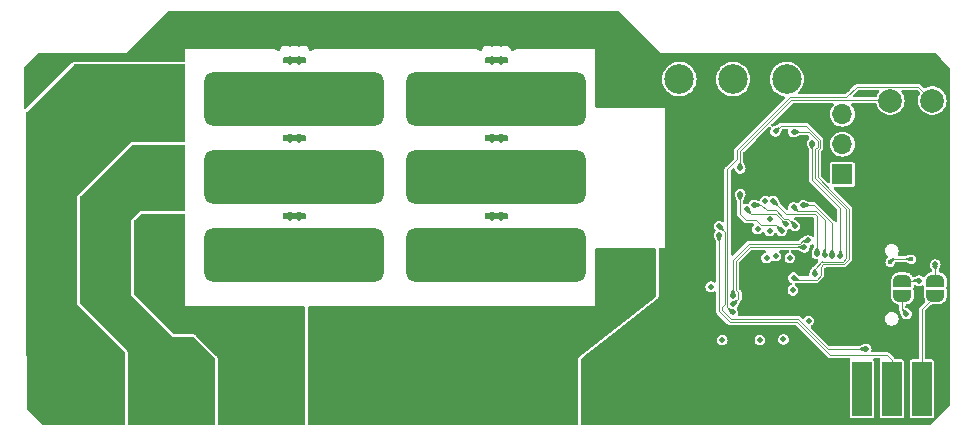
<source format=gbr>
%TF.GenerationSoftware,KiCad,Pcbnew,7.99.0-3012-g423a5b9961*%
%TF.CreationDate,2023-10-30T13:08:26-04:00*%
%TF.ProjectId,anyesc,616e7965-7363-42e6-9b69-6361645f7063,V1.0*%
%TF.SameCoordinates,Original*%
%TF.FileFunction,Copper,L4,Bot*%
%TF.FilePolarity,Positive*%
%FSLAX46Y46*%
G04 Gerber Fmt 4.6, Leading zero omitted, Abs format (unit mm)*
G04 Created by KiCad (PCBNEW 7.99.0-3012-g423a5b9961) date 2023-10-30 13:08:26*
%MOMM*%
%LPD*%
G01*
G04 APERTURE LIST*
G04 Aperture macros list*
%AMRoundRect*
0 Rectangle with rounded corners*
0 $1 Rounding radius*
0 $2 $3 $4 $5 $6 $7 $8 $9 X,Y pos of 4 corners*
0 Add a 4 corners polygon primitive as box body*
4,1,4,$2,$3,$4,$5,$6,$7,$8,$9,$2,$3,0*
0 Add four circle primitives for the rounded corners*
1,1,$1+$1,$2,$3*
1,1,$1+$1,$4,$5*
1,1,$1+$1,$6,$7*
1,1,$1+$1,$8,$9*
0 Add four rect primitives between the rounded corners*
20,1,$1+$1,$2,$3,$4,$5,0*
20,1,$1+$1,$4,$5,$6,$7,0*
20,1,$1+$1,$6,$7,$8,$9,0*
20,1,$1+$1,$8,$9,$2,$3,0*%
%AMFreePoly0*
4,1,19,0.500000,-0.750000,0.000000,-0.750000,0.000000,-0.744911,-0.071157,-0.744911,-0.207708,-0.704816,-0.327430,-0.627875,-0.420627,-0.520320,-0.479746,-0.390866,-0.500000,-0.250000,-0.500000,0.250000,-0.479746,0.390866,-0.420627,0.520320,-0.327430,0.627875,-0.207708,0.704816,-0.071157,0.744911,0.000000,0.744911,0.000000,0.750000,0.500000,0.750000,0.500000,-0.750000,0.500000,-0.750000,
$1*%
%AMFreePoly1*
4,1,19,0.000000,0.744911,0.071157,0.744911,0.207708,0.704816,0.327430,0.627875,0.420627,0.520320,0.479746,0.390866,0.500000,0.250000,0.500000,-0.250000,0.479746,-0.390866,0.420627,-0.520320,0.327430,-0.627875,0.207708,-0.704816,0.071157,-0.744911,0.000000,-0.744911,0.000000,-0.750000,-0.500000,-0.750000,-0.500000,0.750000,0.000000,0.750000,0.000000,0.744911,0.000000,0.744911,
$1*%
G04 Aperture macros list end*
%TA.AperFunction,ComponentPad*%
%ADD10RoundRect,0.800000X6.800000X1.500000X-6.800000X1.500000X-6.800000X-1.500000X6.800000X-1.500000X0*%
%TD*%
%TA.AperFunction,ComponentPad*%
%ADD11C,0.500000*%
%TD*%
%TA.AperFunction,SMDPad,CuDef*%
%ADD12R,3.200000X3.200000*%
%TD*%
%TA.AperFunction,ComponentPad*%
%ADD13C,2.000000*%
%TD*%
%TA.AperFunction,ComponentPad*%
%ADD14R,1.700000X1.700000*%
%TD*%
%TA.AperFunction,ComponentPad*%
%ADD15O,1.700000X1.700000*%
%TD*%
%TA.AperFunction,ComponentPad*%
%ADD16R,4.750000X2.950000*%
%TD*%
%TA.AperFunction,ComponentPad*%
%ADD17R,3.950000X4.900000*%
%TD*%
%TA.AperFunction,ComponentPad*%
%ADD18R,3.950000X4.450000*%
%TD*%
%TA.AperFunction,ComponentPad*%
%ADD19R,3.950000X4.850000*%
%TD*%
%TA.AperFunction,ComponentPad*%
%ADD20C,2.500000*%
%TD*%
%TA.AperFunction,SMDPad,CuDef*%
%ADD21R,1.651000X4.572000*%
%TD*%
%TA.AperFunction,ComponentPad*%
%ADD22O,2.100000X1.000000*%
%TD*%
%TA.AperFunction,ComponentPad*%
%ADD23O,1.600000X1.000000*%
%TD*%
%TA.AperFunction,SMDPad,CuDef*%
%ADD24FreePoly0,90.000000*%
%TD*%
%TA.AperFunction,SMDPad,CuDef*%
%ADD25FreePoly1,90.000000*%
%TD*%
%TA.AperFunction,ViaPad*%
%ADD26C,0.500000*%
%TD*%
%TA.AperFunction,ViaPad*%
%ADD27C,0.400000*%
%TD*%
%TA.AperFunction,Conductor*%
%ADD28C,0.125000*%
%TD*%
G04 APERTURE END LIST*
D10*
%TO.P,H5,1*%
%TO.N,N/C*%
X130665000Y-108640400D03*
%TD*%
D11*
%TO.P,U1,57,GND*%
%TO.N,GND*%
X171632000Y-109781000D03*
X168932000Y-109781000D03*
D12*
X170282000Y-111131000D03*
D11*
X171632000Y-112481000D03*
X168932000Y-112481000D03*
%TD*%
D13*
%TO.P,SW2,1,1*%
%TO.N,/RP2040/RUN*%
X184673000Y-95547000D03*
%TO.P,SW2,2,2*%
%TO.N,GND*%
X184673000Y-102047000D03*
%TD*%
D10*
%TO.P,H5,1*%
%TO.N,N/C*%
X147765000Y-108640400D03*
%TD*%
%TO.P,H4,1*%
%TO.N,N/C*%
X147765000Y-102040400D03*
%TD*%
D14*
%TO.P,J2,1,Pin_1*%
%TO.N,/RP2040/SWCLK*%
X177053000Y-101783000D03*
D15*
%TO.P,J2,2,Pin_2*%
%TO.N,/RP2040/SWDIO*%
X177053000Y-99243000D03*
%TO.P,J2,3,Pin_3*%
%TO.N,+3V3*%
X177053000Y-96703000D03*
%TO.P,J2,4,Pin_4*%
%TO.N,GND*%
X177053000Y-94163000D03*
%TD*%
D16*
%TO.P,U3,1,V+*%
%TO.N,+12V*%
X158540000Y-109515400D03*
%TO.P,U3,2,V+*%
%TO.N,GND*%
X158540000Y-94615400D03*
D17*
%TO.P,U3,3,A*%
%TO.N,/PHASE_A*%
X119390000Y-95740400D03*
D18*
%TO.P,U3,4,B*%
%TO.N,/PHASE_B*%
X119390000Y-102015400D03*
D19*
%TO.P,U3,5,C*%
%TO.N,/PHASE_C*%
X119390000Y-108465400D03*
%TD*%
D20*
%TO.P,TP3,1,1*%
%TO.N,/ESC_PWM*%
X163254000Y-93726000D03*
%TD*%
%TO.P,TP2,1,1*%
%TO.N,/UART1_RX*%
X167804000Y-93726000D03*
%TD*%
D10*
%TO.P,H6,1*%
%TO.N,N/C*%
X130665000Y-95440400D03*
%TD*%
D21*
%TO.P,J3,1,1*%
%TO.N,/PHASE_A*%
X110124000Y-119954000D03*
%TO.P,J3,3,3*%
X112664000Y-119954000D03*
%TO.P,J3,5,5*%
X115204000Y-119954000D03*
%TO.P,J3,7,7*%
%TO.N,/PHASE_B*%
X117744000Y-119954000D03*
%TO.P,J3,9,9*%
X120284000Y-119954000D03*
%TO.P,J3,11,11*%
X122824000Y-119954000D03*
%TO.P,J3,13,13*%
%TO.N,/PHASE_C*%
X125364000Y-119954000D03*
%TO.P,J3,15,15*%
X127904000Y-119954000D03*
%TO.P,J3,17,17*%
X130444000Y-119954000D03*
%TO.P,J3,19,19*%
%TO.N,+12V*%
X132984000Y-119954000D03*
%TO.P,J3,21,21*%
X135524000Y-119954000D03*
%TO.P,J3,23,23*%
X138064000Y-119954000D03*
%TO.P,J3,25,25*%
X140604000Y-119954000D03*
%TO.P,J3,27,27*%
X143144000Y-119954000D03*
%TO.P,J3,29,29*%
X145684000Y-119954000D03*
%TO.P,J3,31,31*%
X148224000Y-119954000D03*
%TO.P,J3,33,33*%
X150764000Y-119954000D03*
%TO.P,J3,35,35*%
X153304000Y-119954000D03*
%TO.P,J3,37,37*%
%TO.N,GND*%
X155844000Y-119954000D03*
%TO.P,J3,39,39*%
X158384000Y-119954000D03*
%TO.P,J3,41,41*%
X160924000Y-119954000D03*
%TO.P,J3,43,43*%
X163464000Y-119954000D03*
%TO.P,J3,45,45*%
X166004000Y-119954000D03*
%TO.P,J3,47,47*%
X168544000Y-119954000D03*
%TO.P,J3,49,49*%
X171084000Y-119954000D03*
%TO.P,J3,51,51*%
X173624000Y-119954000D03*
%TO.P,J3,53,53*%
X176164000Y-119954000D03*
%TO.P,J3,55,55*%
%TO.N,+3V3*%
X178704000Y-119954000D03*
%TO.P,J3,57,57*%
%TO.N,/BOARD_TX*%
X181244000Y-119954000D03*
%TO.P,J3,59,59*%
%TO.N,/BOARD_TX_1*%
X183784000Y-119954000D03*
%TD*%
D10*
%TO.P,H4,1*%
%TO.N,N/C*%
X130665000Y-102040400D03*
%TD*%
%TO.P,H6,1*%
%TO.N,N/C*%
X147765000Y-95440400D03*
%TD*%
D13*
%TO.P,SW1,1,1*%
%TO.N,/RP2040/USB_BOOT*%
X181117000Y-95547000D03*
%TO.P,SW1,2,2*%
%TO.N,GND*%
X181117000Y-102047000D03*
%TD*%
D22*
%TO.P,J1,S1,SHIELD*%
%TO.N,GND*%
X180714000Y-115449210D03*
D23*
X184894000Y-115449210D03*
D22*
X180714000Y-106809210D03*
D23*
X184894000Y-106809210D03*
%TD*%
D20*
%TO.P,TP1,1,1*%
%TO.N,/UART1_TX*%
X172354000Y-93726000D03*
%TD*%
D24*
%TO.P,JP2,1,A*%
%TO.N,/BOARD_RX_1*%
X182133000Y-112095000D03*
D25*
%TO.P,JP2,2,B*%
%TO.N,/UART1_RX*%
X182133000Y-110795000D03*
%TD*%
D24*
%TO.P,JP3,1,A*%
%TO.N,/BOARD_TX_1*%
X184927000Y-112080001D03*
D25*
%TO.P,JP3,2,B*%
%TO.N,/UART1_TX*%
X184927000Y-110780001D03*
%TD*%
D26*
%TO.N,+3V3*%
X178308000Y-121920000D03*
X179070000Y-120396000D03*
X172618400Y-108864400D03*
X170078400Y-115824000D03*
X179070000Y-118110000D03*
X179070000Y-119634000D03*
X165912800Y-111302800D03*
X174193200Y-114198400D03*
X178308000Y-118110000D03*
X178308000Y-118872000D03*
X166878000Y-115824000D03*
X178308000Y-120396000D03*
X179070000Y-121920000D03*
X179070000Y-121158000D03*
X179070000Y-118872000D03*
X169875200Y-106426000D03*
X178308000Y-119634000D03*
X172872400Y-111607600D03*
X172059600Y-115773200D03*
X178308000Y-121158000D03*
%TO.N,GND*%
X146050000Y-88900000D03*
X161798000Y-113284000D03*
X184658000Y-97536000D03*
X163830000Y-99441000D03*
X163830000Y-116332000D03*
X174244000Y-103378000D03*
X138430000Y-90170000D03*
X140970000Y-88900000D03*
X130175000Y-89535000D03*
X159004000Y-93472000D03*
X120015000Y-89535000D03*
X156464000Y-94234000D03*
X160528000Y-93472000D03*
X124460000Y-89535000D03*
X167640000Y-99314000D03*
X163322000Y-96774000D03*
X127000000Y-88900000D03*
X178562000Y-107442000D03*
X132080000Y-90805000D03*
X162825000Y-110350000D03*
X170434000Y-101346000D03*
X158115000Y-90805000D03*
X151765000Y-88900000D03*
X181102000Y-100076000D03*
X157226000Y-93472000D03*
X159766000Y-93472000D03*
X170434000Y-99568000D03*
X147955000Y-90170000D03*
X135255000Y-89535000D03*
X109220000Y-92710000D03*
X142875000Y-90170000D03*
X160528000Y-94234000D03*
X180594000Y-98298000D03*
X160528000Y-95758000D03*
X159766000Y-94234000D03*
X156464000Y-93472000D03*
X184912000Y-100076000D03*
X185420000Y-104648000D03*
X159004000Y-95758000D03*
X163576000Y-101727000D03*
X167894000Y-104648000D03*
X156464000Y-95758000D03*
X159766000Y-95758000D03*
X174244000Y-92202000D03*
X157226000Y-95758000D03*
X181356000Y-103886000D03*
X160528000Y-94996000D03*
X156464000Y-94996000D03*
X184912000Y-107950000D03*
X168910000Y-96774000D03*
X159766000Y-94996000D03*
X161290000Y-92202000D03*
X122555000Y-90170000D03*
X126365000Y-90170000D03*
X154940000Y-90170000D03*
X184912000Y-114046000D03*
X182880000Y-115316000D03*
X177800000Y-114808000D03*
X108585000Y-93980000D03*
X176784000Y-112776000D03*
X165750000Y-105475000D03*
X165862000Y-96520000D03*
X163830000Y-115570000D03*
X174752000Y-96520000D03*
X118110000Y-91440000D03*
D27*
%TO.N,Net-(J1-CC2)*%
X182880000Y-108966000D03*
X181102000Y-109220000D03*
D26*
%TO.N,/RP2040/SWCLK*%
X167792400Y-112115600D03*
X174142400Y-107391200D03*
%TO.N,/RP2040/SWDIO*%
X173831384Y-107961395D03*
X167792400Y-112765103D03*
%TO.N,/PHASE_A*%
X120904000Y-93726000D03*
X118618000Y-96012000D03*
X108585000Y-107315000D03*
X109855000Y-98425000D03*
X111125000Y-94615000D03*
X118618000Y-93726000D03*
X116205000Y-94615000D03*
X109855000Y-107315000D03*
X113665000Y-115570000D03*
X119380000Y-96774000D03*
X117856000Y-97536000D03*
X111125000Y-111760000D03*
X111125000Y-115570000D03*
X109855000Y-111760000D03*
X113665000Y-94615000D03*
X117856000Y-96774000D03*
X111125000Y-107315000D03*
X112395000Y-94615000D03*
X108585000Y-102235000D03*
X118618000Y-96774000D03*
X108585000Y-111760000D03*
X119380000Y-93726000D03*
X109855000Y-115570000D03*
X111125000Y-98425000D03*
X120904000Y-97536000D03*
X114935000Y-98425000D03*
X114935000Y-94615000D03*
X112395000Y-115570000D03*
X111125000Y-102235000D03*
X108585000Y-98425000D03*
X119380000Y-94488000D03*
X120904000Y-94488000D03*
X108585000Y-115570000D03*
X118618000Y-94488000D03*
X119380000Y-97536000D03*
X120904000Y-96774000D03*
X117856000Y-95250000D03*
X117856000Y-93726000D03*
X113665000Y-98425000D03*
X120142000Y-97536000D03*
X118618000Y-95250000D03*
X120142000Y-93726000D03*
X117856000Y-94488000D03*
X109855000Y-102235000D03*
X116205000Y-98425000D03*
X112395000Y-98425000D03*
X118618000Y-97536000D03*
X117856000Y-96012000D03*
%TO.N,/PHASE_B*%
X116205000Y-101600000D03*
X119380000Y-100076000D03*
X118618000Y-101600000D03*
X120904000Y-103124000D03*
X118618000Y-103886000D03*
X117856000Y-100838000D03*
X118618000Y-100838000D03*
X118745000Y-115570000D03*
X118618000Y-103124000D03*
X115570000Y-104775000D03*
X120142000Y-100076000D03*
X115570000Y-108585000D03*
X113030000Y-108585000D03*
X119380000Y-100838000D03*
X113030000Y-104775000D03*
X117856000Y-100076000D03*
X114300000Y-104775000D03*
X117856000Y-101600000D03*
X118618000Y-100076000D03*
X116205000Y-102870000D03*
X117856000Y-103886000D03*
X114300000Y-108585000D03*
X117856000Y-103124000D03*
X119380000Y-103886000D03*
X120904000Y-100838000D03*
X120142000Y-103886000D03*
X114300000Y-112395000D03*
X116840000Y-115570000D03*
X117856000Y-102362000D03*
X115570000Y-112395000D03*
X119380000Y-103124000D03*
X120904000Y-103886000D03*
X118618000Y-102362000D03*
X120904000Y-100076000D03*
X113030000Y-112395000D03*
%TO.N,/PHASE_C*%
X130810000Y-115570000D03*
X121920000Y-114300000D03*
X124460000Y-114300000D03*
X117856000Y-106426000D03*
X123190000Y-115570000D03*
X118110000Y-111760000D03*
X128270000Y-115570000D03*
X125730000Y-114300000D03*
X120650000Y-111760000D03*
X120904000Y-106426000D03*
X125730000Y-115570000D03*
X120904000Y-110236000D03*
X119380000Y-109474000D03*
X123190000Y-114300000D03*
X117856000Y-107950000D03*
X120904000Y-107188000D03*
X117856000Y-107188000D03*
X130810000Y-114300000D03*
X119380000Y-111760000D03*
X128270000Y-114300000D03*
X118618000Y-106426000D03*
X119380000Y-106426000D03*
X120142000Y-110236000D03*
X119380000Y-107188000D03*
X120650000Y-114300000D03*
X120904000Y-109474000D03*
X117856000Y-109474000D03*
X119380000Y-110236000D03*
X118618000Y-107188000D03*
X129540000Y-115570000D03*
X117856000Y-110236000D03*
X118618000Y-110236000D03*
X117856000Y-108712000D03*
X124460000Y-115570000D03*
X127000000Y-115570000D03*
X127000000Y-114300000D03*
X129540000Y-114300000D03*
X118618000Y-107950000D03*
X120142000Y-106426000D03*
X118618000Y-108712000D03*
X118618000Y-109474000D03*
%TO.N,/BOARD_TX*%
X166624000Y-106934000D03*
%TO.N,/BOARD_RX*%
X179070000Y-116586000D03*
X166624000Y-106172000D03*
%TO.N,/BOARD_RX_1*%
X182473600Y-113588800D03*
%TO.N,+12V*%
X140335000Y-116205000D03*
X139065000Y-117449600D03*
X137795000Y-117449600D03*
X160528000Y-109220000D03*
X145415000Y-117449600D03*
X159766000Y-110744000D03*
X147955000Y-114935000D03*
X135255000Y-117449600D03*
X156464000Y-109220000D03*
X153035000Y-117449600D03*
X156464000Y-109982000D03*
X157226000Y-110744000D03*
X159004000Y-108458000D03*
X160528000Y-110744000D03*
X132715000Y-117449600D03*
X159766000Y-109982000D03*
X146685000Y-113665000D03*
X136525000Y-113665000D03*
X160528000Y-108458000D03*
X159004000Y-110744000D03*
X135255000Y-113665000D03*
X154305000Y-114935000D03*
X149225000Y-117449600D03*
X154305000Y-117449600D03*
X136525000Y-117449600D03*
X142875000Y-117449600D03*
X141605000Y-116205000D03*
X150495000Y-116205000D03*
X150495000Y-117449600D03*
X147955000Y-117449600D03*
X133985000Y-114935000D03*
X132715000Y-114935000D03*
X140335000Y-117449600D03*
X144145000Y-117449600D03*
X157226000Y-108458000D03*
X151765000Y-116205000D03*
X137795000Y-114935000D03*
X133985000Y-117449600D03*
X144145000Y-114935000D03*
X149225000Y-114935000D03*
X139065000Y-114935000D03*
X145415000Y-113665000D03*
X156464000Y-110744000D03*
X142875000Y-114935000D03*
X151765000Y-117449600D03*
X159766000Y-109220000D03*
X156464000Y-108458000D03*
X153035000Y-114935000D03*
X159766000Y-108458000D03*
X146685000Y-117449600D03*
X141605000Y-117449600D03*
X160528000Y-109982000D03*
%TO.N,/UART1_TX*%
X171399200Y-108712000D03*
X170891200Y-106578400D03*
X184912000Y-109423200D03*
%TO.N,/RP2040/RUN*%
X167792400Y-113487200D03*
%TO.N,/RP2040/USB_BOOT*%
X168402000Y-101295200D03*
%TO.N,/RP2040/QSPI_CS*%
X174904400Y-108508800D03*
X171196000Y-104038400D03*
%TO.N,/UART1_RX*%
X183540400Y-110794800D03*
X170891200Y-105613200D03*
X170637200Y-108864400D03*
%TO.N,/RP2040/QSPI_SD3*%
X171399200Y-98145600D03*
X172923200Y-110540800D03*
%TO.N,/RP2040/QSPI_SCK*%
X174701200Y-110236000D03*
X172923200Y-98196400D03*
%TO.N,/RP2040/QSPI_SD0*%
X176885600Y-108712000D03*
X174498000Y-99161600D03*
%TO.N,/RP2040/QSPI_SD2*%
X176191655Y-108682843D03*
X173736000Y-104394000D03*
%TO.N,/RP2040/QSPI_SD1*%
X175547374Y-108600653D03*
X172923200Y-104597200D03*
%TO.N,/ESC_PWM*%
X170535600Y-104038400D03*
%TO.N,/RP2040/LED0*%
X169570400Y-104394000D03*
X173024800Y-106172000D03*
%TO.N,/RP2040/LED1*%
X168960800Y-104749600D03*
X172313600Y-106019600D03*
%TO.N,/RP2040/LED2*%
X168402000Y-103479600D03*
X171907200Y-106578400D03*
%TD*%
D28*
%TO.N,Net-(J1-CC2)*%
X182880000Y-108966000D02*
X181356000Y-108966000D01*
X181356000Y-108966000D02*
X181102000Y-109220000D01*
%TO.N,/RP2040/SWCLK*%
X167792400Y-112115600D02*
X167792400Y-109016800D01*
X173748212Y-107391200D02*
X174142400Y-107391200D01*
X169113200Y-107696000D02*
X173443412Y-107696000D01*
X173443412Y-107696000D02*
X173748212Y-107391200D01*
X167792400Y-109016800D02*
X169113200Y-107696000D01*
%TO.N,/RP2040/SWDIO*%
X169210334Y-107930500D02*
X173800489Y-107930500D01*
X168026900Y-111556800D02*
X168026900Y-109113934D01*
X167792400Y-112765103D02*
X167796264Y-112765103D01*
X168254400Y-112306967D02*
X168254400Y-111784300D01*
X168026900Y-109113934D02*
X169210334Y-107930500D01*
X167796264Y-112765103D02*
X168254400Y-112306967D01*
X173800489Y-107930500D02*
X173831384Y-107961395D01*
X168254400Y-111784300D02*
X168026900Y-111556800D01*
%TO.N,/BOARD_TX*%
X180848000Y-117094000D02*
X181244000Y-117490000D01*
X166624000Y-113382084D02*
X167541916Y-114300000D01*
X181244000Y-117490000D02*
X181244000Y-119954000D01*
X166624000Y-106934000D02*
X166624000Y-113382084D01*
X167541916Y-114300000D02*
X173228000Y-114300000D01*
X173228000Y-114300000D02*
X176022000Y-117094000D01*
X176022000Y-117094000D02*
X180848000Y-117094000D01*
%TO.N,/BOARD_RX*%
X166858500Y-113284950D02*
X166858500Y-113030000D01*
X167086000Y-112802500D02*
X167086000Y-106634000D01*
X179070000Y-116586000D02*
X175845634Y-116586000D01*
X167639050Y-114065500D02*
X167502775Y-113929225D01*
X167086000Y-106634000D02*
X166624000Y-106172000D01*
X173325134Y-114065500D02*
X168421500Y-114065500D01*
X167502775Y-113929225D02*
X166858500Y-113284950D01*
X168421500Y-114065500D02*
X167639050Y-114065500D01*
X175845634Y-116586000D02*
X173325134Y-114065500D01*
X166858500Y-113030000D02*
X167086000Y-112802500D01*
%TO.N,/BOARD_TX_1*%
X184927000Y-112080000D02*
X183784000Y-113223000D01*
X183784000Y-113223000D02*
X183784000Y-119954000D01*
%TO.N,/BOARD_RX_1*%
X182133000Y-112094999D02*
X182133000Y-113248200D01*
X182133000Y-113248200D02*
X182473600Y-113588800D01*
%TO.N,/UART1_TX*%
X184927000Y-110780002D02*
X184927000Y-109438200D01*
X184927000Y-109438200D02*
X184912000Y-109423200D01*
%TO.N,/RP2040/RUN*%
X168148000Y-100533200D02*
X167330400Y-101350800D01*
X172974000Y-95269500D02*
X172622866Y-95269500D01*
X178286327Y-94375000D02*
X177391827Y-95269500D01*
X177391827Y-95269500D02*
X172974000Y-95269500D01*
X184673000Y-95547000D02*
X183501000Y-94375000D01*
X168148000Y-99744366D02*
X168148000Y-100533200D01*
X167330400Y-101350800D02*
X167330400Y-113025200D01*
X172622866Y-95269500D02*
X168148000Y-99744366D01*
X183501000Y-94375000D02*
X178286327Y-94375000D01*
X167330400Y-113025200D02*
X167792400Y-113487200D01*
%TO.N,/RP2040/USB_BOOT*%
X181074000Y-95504000D02*
X181117000Y-95547000D01*
X172720000Y-95504000D02*
X181074000Y-95504000D01*
X168402000Y-99822000D02*
X172720000Y-95504000D01*
X168402000Y-101295200D02*
X168402000Y-99822000D01*
%TO.N,/RP2040/QSPI_CS*%
X174752000Y-105156000D02*
X172313600Y-105156000D01*
X174904400Y-105308400D02*
X174752000Y-105156000D01*
X174904400Y-108508800D02*
X174904400Y-105308400D01*
X172313600Y-105156000D02*
X171196000Y-104038400D01*
%TO.N,/UART1_RX*%
X183540400Y-110794800D02*
X182133201Y-110794800D01*
X182133201Y-110794800D02*
X182133000Y-110795001D01*
%TO.N,/RP2040/QSPI_SD3*%
X174967000Y-99766734D02*
X175194500Y-99539233D01*
X174892567Y-110698000D02*
X175248017Y-110342550D01*
X175194500Y-99539233D02*
X175194500Y-98866066D01*
X177647600Y-104722766D02*
X176187817Y-103262983D01*
X177647600Y-108942034D02*
X177647600Y-108051600D01*
X175248017Y-109614417D02*
X175453934Y-109408500D01*
X174967000Y-102042166D02*
X174967000Y-99766734D01*
X174016834Y-97688400D02*
X171856400Y-97688400D01*
X173080400Y-110698000D02*
X174892567Y-110698000D01*
X171856400Y-97688400D02*
X171399200Y-98145600D01*
X176936400Y-109408500D02*
X177181134Y-109408500D01*
X176187817Y-103262983D02*
X174967000Y-102042166D01*
X175248017Y-110342550D02*
X175248017Y-109614417D01*
X177181134Y-109408500D02*
X177647600Y-108942034D01*
X172923200Y-110540800D02*
X173080400Y-110698000D01*
X175194500Y-98866066D02*
X174016834Y-97688400D01*
X175453934Y-109408500D02*
X176936400Y-109408500D01*
X177647600Y-108051600D02*
X177647600Y-104722766D01*
%TO.N,/RP2040/QSPI_SCK*%
X174193200Y-98196400D02*
X172923200Y-98196400D01*
X174701200Y-110236000D02*
X174701200Y-109829600D01*
X174960000Y-99442100D02*
X174960000Y-98963200D01*
X174732500Y-99669600D02*
X174960000Y-99442100D01*
X177347600Y-108412000D02*
X177342800Y-108407200D01*
X177347600Y-108910400D02*
X177347600Y-108412000D01*
X177342800Y-104749600D02*
X175920400Y-103327200D01*
X177342800Y-108407200D02*
X177342800Y-104749600D01*
X175366400Y-109174000D02*
X177084000Y-109174000D01*
X177084000Y-109174000D02*
X177347600Y-108910400D01*
X175361600Y-109169200D02*
X175366400Y-109174000D01*
X174701200Y-109829600D02*
X175361600Y-109169200D01*
X175920400Y-103327200D02*
X174732500Y-102139300D01*
X174960000Y-98963200D02*
X174193200Y-98196400D01*
X174732500Y-102139300D02*
X174732500Y-99669600D01*
%TO.N,/RP2040/QSPI_SD0*%
X176885600Y-104648000D02*
X174498000Y-102260400D01*
X174498000Y-102260400D02*
X174498000Y-99161600D01*
X176885600Y-108712000D02*
X176885600Y-104648000D01*
%TO.N,/RP2040/QSPI_SD2*%
X176191655Y-108682843D02*
X176191655Y-105932389D01*
X176191655Y-105932389D02*
X174653266Y-104394000D01*
X174653266Y-104394000D02*
X173736000Y-104394000D01*
%TO.N,/RP2040/QSPI_SD1*%
X173786800Y-104902000D02*
X173228000Y-104902000D01*
X175547374Y-108600653D02*
X175547374Y-105619741D01*
X173228000Y-104902000D02*
X172923200Y-104597200D01*
X174829633Y-104902000D02*
X173786800Y-104902000D01*
X175547374Y-105619741D02*
X174829633Y-104902000D01*
%TO.N,/RP2040/LED0*%
X173024800Y-106172000D02*
X173024800Y-106077433D01*
X170695033Y-104851200D02*
X170208916Y-104365083D01*
X170789600Y-104851200D02*
X170695033Y-104851200D01*
X171476834Y-104851200D02*
X170789600Y-104851200D01*
X170208916Y-104365083D02*
X169599317Y-104365083D01*
X169599317Y-104365083D02*
X169570400Y-104394000D01*
X172155410Y-105529776D02*
X171476834Y-104851200D01*
X172477143Y-105529776D02*
X172155410Y-105529776D01*
X173024800Y-106077433D02*
X172477143Y-105529776D01*
%TO.N,/RP2040/LED1*%
X168960800Y-104749600D02*
X169362400Y-105151200D01*
X171445200Y-105151200D02*
X172313600Y-106019600D01*
X169362400Y-105151200D02*
X171445200Y-105151200D01*
%TO.N,/RP2040/LED2*%
X171907200Y-106578400D02*
X171404000Y-106075200D01*
X168910000Y-105664000D02*
X168402000Y-105156000D01*
X171404000Y-106075200D02*
X170177767Y-106075200D01*
X170177767Y-106075200D02*
X169766567Y-105664000D01*
X169766567Y-105664000D02*
X168910000Y-105664000D01*
X168402000Y-105156000D02*
X168402000Y-103479600D01*
%TD*%
%TA.AperFunction,Conductor*%
%TO.N,+12V*%
G36*
X161233039Y-108060085D02*
G01*
X161278794Y-108112889D01*
X161290000Y-108164400D01*
X161290000Y-112119235D01*
X161270315Y-112186274D01*
X161242422Y-112216886D01*
X154686000Y-117347999D01*
X154686000Y-122878000D01*
X154666315Y-122945039D01*
X154613511Y-122990794D01*
X154562000Y-123002000D01*
X131950000Y-123002000D01*
X131882961Y-122982315D01*
X131837206Y-122929511D01*
X131826000Y-122878000D01*
X131826000Y-113064400D01*
X131845685Y-112997361D01*
X131898489Y-112951606D01*
X131950000Y-112940400D01*
X156115000Y-112940400D01*
X156115000Y-108164400D01*
X156134685Y-108097361D01*
X156187489Y-108051606D01*
X156239000Y-108040400D01*
X161166000Y-108040400D01*
X161233039Y-108060085D01*
G37*
%TD.AperFunction*%
%TD*%
%TA.AperFunction,Conductor*%
%TO.N,/PHASE_A*%
G36*
X121358039Y-92475685D02*
G01*
X121403794Y-92528489D01*
X121415000Y-92580000D01*
X121415000Y-98936000D01*
X121395315Y-99003039D01*
X121342511Y-99048794D01*
X121291000Y-99060000D01*
X116839999Y-99060000D01*
X112268000Y-103631999D01*
X112268000Y-112776000D01*
X116295681Y-116803681D01*
X116329166Y-116865004D01*
X116332000Y-116891362D01*
X116332000Y-122878000D01*
X116312315Y-122945039D01*
X116259511Y-122990794D01*
X116208000Y-123002000D01*
X109413935Y-123002000D01*
X109346896Y-122982315D01*
X109325566Y-122964988D01*
X109305929Y-122945039D01*
X108018840Y-121637519D01*
X107985840Y-121575936D01*
X107983210Y-121550705D01*
X107971568Y-112776000D01*
X107950068Y-96571457D01*
X107969664Y-96504392D01*
X107986382Y-96483617D01*
X111977681Y-92492319D01*
X112039004Y-92458834D01*
X112065362Y-92456000D01*
X121291000Y-92456000D01*
X121358039Y-92475685D01*
G37*
%TD.AperFunction*%
%TD*%
%TA.AperFunction,Conductor*%
%TO.N,/PHASE_C*%
G36*
X121358039Y-105175685D02*
G01*
X121403794Y-105228489D01*
X121415000Y-105280000D01*
X121415000Y-112940400D01*
X131448000Y-112940400D01*
X131515039Y-112960085D01*
X131560794Y-113012889D01*
X131572000Y-113064400D01*
X131572000Y-122878000D01*
X131552315Y-122945039D01*
X131499511Y-122990794D01*
X131448000Y-123002000D01*
X124281500Y-123002000D01*
X124214461Y-122982315D01*
X124168706Y-122929511D01*
X124157500Y-122878000D01*
X124157500Y-117393862D01*
X124156910Y-117382856D01*
X124156910Y-117382855D01*
X124153488Y-117351038D01*
X124153488Y-117351035D01*
X124129529Y-117274518D01*
X124096044Y-117213195D01*
X124060991Y-117166371D01*
X122351737Y-115457117D01*
X122348485Y-115454196D01*
X122343552Y-115449763D01*
X122343554Y-115449764D01*
X122318624Y-115429675D01*
X122270527Y-115404516D01*
X122240322Y-115382322D01*
X122174000Y-115316000D01*
X120483982Y-115316000D01*
X120416943Y-115296315D01*
X120396301Y-115279681D01*
X117130319Y-112013699D01*
X117096834Y-111952376D01*
X117094000Y-111926018D01*
X117094000Y-105751982D01*
X117113685Y-105684943D01*
X117130319Y-105664301D01*
X117602301Y-105192319D01*
X117663624Y-105158834D01*
X117689982Y-105156000D01*
X121291000Y-105156000D01*
X121358039Y-105175685D01*
G37*
%TD.AperFunction*%
%TD*%
%TA.AperFunction,Conductor*%
%TO.N,GND*%
G36*
X170930255Y-97768196D02*
G01*
X170986188Y-97810068D01*
X171010605Y-97875532D01*
X170999716Y-97935889D01*
X170962502Y-98017376D01*
X170944067Y-98145600D01*
X170962502Y-98273825D01*
X171016317Y-98391661D01*
X171016318Y-98391663D01*
X171101151Y-98489567D01*
X171210131Y-98559604D01*
X171334425Y-98596099D01*
X171334427Y-98596100D01*
X171334428Y-98596100D01*
X171463973Y-98596100D01*
X171463973Y-98596099D01*
X171588269Y-98559604D01*
X171697249Y-98489567D01*
X171782082Y-98391663D01*
X171805639Y-98340078D01*
X171815182Y-98322927D01*
X171824638Y-98308713D01*
X171940149Y-98028187D01*
X171983876Y-97973692D01*
X172050124Y-97951489D01*
X172054809Y-97951400D01*
X172360189Y-97951400D01*
X172427228Y-97971085D01*
X172472983Y-98023889D01*
X172482927Y-98093047D01*
X172468067Y-98196400D01*
X172486502Y-98324625D01*
X172528129Y-98415774D01*
X172540318Y-98442463D01*
X172625151Y-98540367D01*
X172734131Y-98610404D01*
X172842237Y-98642146D01*
X172858425Y-98646899D01*
X172858427Y-98646900D01*
X172858428Y-98646900D01*
X172987973Y-98646900D01*
X173030634Y-98634373D01*
X173094052Y-98615751D01*
X173099295Y-98614458D01*
X173101891Y-98613936D01*
X173108691Y-98612569D01*
X173453405Y-98468938D01*
X173501097Y-98459400D01*
X174032900Y-98459400D01*
X174099939Y-98479085D01*
X174120581Y-98495719D01*
X174238798Y-98613936D01*
X174272283Y-98675259D01*
X174267299Y-98744951D01*
X174225427Y-98800884D01*
X174218158Y-98805932D01*
X174199950Y-98817633D01*
X174115118Y-98915537D01*
X174115117Y-98915538D01*
X174061302Y-99033374D01*
X174050035Y-99111745D01*
X174042867Y-99161600D01*
X174061303Y-99289826D01*
X174071455Y-99312055D01*
X174080225Y-99339115D01*
X174081828Y-99347088D01*
X174081831Y-99347096D01*
X174111558Y-99418439D01*
X174225461Y-99691806D01*
X174235000Y-99739497D01*
X174235000Y-102222287D01*
X174232617Y-102246479D01*
X174229848Y-102260399D01*
X174229848Y-102260402D01*
X174250259Y-102363015D01*
X174288000Y-102419500D01*
X174308388Y-102450012D01*
X174308391Y-102450015D01*
X174320191Y-102457899D01*
X174338983Y-102473321D01*
X176586281Y-104720619D01*
X176619766Y-104781942D01*
X176622600Y-104808300D01*
X176622600Y-105695184D01*
X176602915Y-105762223D01*
X176550111Y-105807978D01*
X176480953Y-105817922D01*
X176417397Y-105788897D01*
X176395501Y-105764080D01*
X176392556Y-105759672D01*
X176381267Y-105742776D01*
X176369461Y-105734888D01*
X176350671Y-105719467D01*
X174866186Y-104234982D01*
X174850765Y-104216192D01*
X174842877Y-104204387D01*
X174814011Y-104185100D01*
X174811158Y-104183194D01*
X174755883Y-104146260D01*
X174755881Y-104146259D01*
X174755878Y-104146258D01*
X174653268Y-104125848D01*
X174653267Y-104125848D01*
X174653266Y-104125848D01*
X174639343Y-104128617D01*
X174615154Y-104131000D01*
X174313901Y-104131000D01*
X174266209Y-104121462D01*
X173998235Y-104009806D01*
X173921490Y-103977829D01*
X173921489Y-103977828D01*
X173921485Y-103977827D01*
X173921480Y-103977826D01*
X173912006Y-103975917D01*
X173906784Y-103974627D01*
X173800774Y-103943500D01*
X173800772Y-103943500D01*
X173671228Y-103943500D01*
X173671226Y-103943500D01*
X173546935Y-103979994D01*
X173546932Y-103979995D01*
X173546931Y-103979996D01*
X173512292Y-104002257D01*
X173437950Y-104050033D01*
X173353118Y-104147937D01*
X173353117Y-104147938D01*
X173345466Y-104164691D01*
X173299709Y-104217494D01*
X173232669Y-104237176D01*
X173165635Y-104217492D01*
X173112269Y-104183196D01*
X173112265Y-104183194D01*
X173112264Y-104183194D01*
X172987974Y-104146700D01*
X172987972Y-104146700D01*
X172858428Y-104146700D01*
X172858426Y-104146700D01*
X172734135Y-104183194D01*
X172734132Y-104183195D01*
X172734131Y-104183196D01*
X172701157Y-104204387D01*
X172625150Y-104253233D01*
X172540318Y-104351137D01*
X172540317Y-104351138D01*
X172486502Y-104468974D01*
X172468067Y-104597200D01*
X172468067Y-104597201D01*
X172472362Y-104627079D01*
X172462417Y-104696238D01*
X172416661Y-104749041D01*
X172349622Y-104768724D01*
X172282583Y-104749038D01*
X172261943Y-104732405D01*
X171790604Y-104261066D01*
X171763625Y-104220598D01*
X171762940Y-104218935D01*
X171621438Y-103875286D01*
X171611936Y-103860989D01*
X171602415Y-103843866D01*
X171578884Y-103792340D01*
X171578882Y-103792338D01*
X171578882Y-103792337D01*
X171494049Y-103694433D01*
X171385069Y-103624396D01*
X171385065Y-103624394D01*
X171385064Y-103624394D01*
X171260774Y-103587900D01*
X171260772Y-103587900D01*
X171131228Y-103587900D01*
X171131226Y-103587900D01*
X171006935Y-103624394D01*
X171006932Y-103624395D01*
X171006931Y-103624396D01*
X170956091Y-103657069D01*
X170932839Y-103672012D01*
X170865799Y-103691696D01*
X170798761Y-103672012D01*
X170724669Y-103624396D01*
X170724665Y-103624394D01*
X170724664Y-103624394D01*
X170600374Y-103587900D01*
X170600372Y-103587900D01*
X170470828Y-103587900D01*
X170470826Y-103587900D01*
X170346535Y-103624394D01*
X170346532Y-103624395D01*
X170346531Y-103624396D01*
X170317458Y-103643080D01*
X170237550Y-103694433D01*
X170152718Y-103792337D01*
X170152717Y-103792338D01*
X170098903Y-103910174D01*
X170094801Y-103938702D01*
X170065775Y-104002257D01*
X170006996Y-104040031D01*
X169937127Y-104040030D01*
X169931087Y-104038087D01*
X169744379Y-103972716D01*
X169727582Y-103970085D01*
X169719702Y-103968319D01*
X169635174Y-103943500D01*
X169635172Y-103943500D01*
X169505628Y-103943500D01*
X169505626Y-103943500D01*
X169381335Y-103979994D01*
X169381332Y-103979995D01*
X169381331Y-103979996D01*
X169346692Y-104002257D01*
X169272350Y-104050033D01*
X169187518Y-104147936D01*
X169151319Y-104227200D01*
X169105563Y-104280003D01*
X169038524Y-104299687D01*
X169030314Y-104299100D01*
X169025572Y-104299100D01*
X168896028Y-104299100D01*
X168823933Y-104320268D01*
X168754064Y-104320267D01*
X168695286Y-104282491D01*
X168666262Y-104218935D01*
X168665000Y-104201290D01*
X168665000Y-104057498D01*
X168674538Y-104009806D01*
X168818169Y-103665091D01*
X168819785Y-103657066D01*
X168828550Y-103630044D01*
X168838696Y-103607829D01*
X168838697Y-103607825D01*
X168841562Y-103587900D01*
X168857133Y-103479600D01*
X168838697Y-103351374D01*
X168784882Y-103233537D01*
X168700049Y-103135633D01*
X168591069Y-103065596D01*
X168591065Y-103065594D01*
X168591064Y-103065594D01*
X168466774Y-103029100D01*
X168466772Y-103029100D01*
X168337228Y-103029100D01*
X168337226Y-103029100D01*
X168212935Y-103065594D01*
X168212932Y-103065595D01*
X168212931Y-103065596D01*
X168161677Y-103098534D01*
X168103950Y-103135633D01*
X168019118Y-103233537D01*
X168019117Y-103233538D01*
X167965302Y-103351374D01*
X167946867Y-103479600D01*
X167965302Y-103607825D01*
X167965303Y-103607828D01*
X167975453Y-103630051D01*
X167984226Y-103657116D01*
X167985829Y-103665090D01*
X168056082Y-103833695D01*
X168129461Y-104009805D01*
X168139000Y-104057496D01*
X168139000Y-105117887D01*
X168136616Y-105142079D01*
X168133848Y-105156000D01*
X168137553Y-105174627D01*
X168138140Y-105177575D01*
X168138147Y-105177617D01*
X168154258Y-105258612D01*
X168154259Y-105258615D01*
X168154260Y-105258617D01*
X168212388Y-105345612D01*
X168224192Y-105353499D01*
X168242982Y-105368920D01*
X168697080Y-105823019D01*
X168712501Y-105841809D01*
X168720387Y-105853612D01*
X168737279Y-105864899D01*
X168771693Y-105887893D01*
X168807383Y-105911740D01*
X168890064Y-105928187D01*
X168890071Y-105928187D01*
X168910000Y-105932152D01*
X168923920Y-105929383D01*
X168948113Y-105927000D01*
X169439966Y-105927000D01*
X169507005Y-105946685D01*
X169552760Y-105999489D01*
X169562704Y-106068647D01*
X169533680Y-106132202D01*
X169492318Y-106179937D01*
X169492317Y-106179938D01*
X169438502Y-106297774D01*
X169420067Y-106426000D01*
X169438502Y-106554225D01*
X169492317Y-106672061D01*
X169492318Y-106672063D01*
X169577151Y-106769967D01*
X169686131Y-106840004D01*
X169810425Y-106876499D01*
X169810427Y-106876500D01*
X169810428Y-106876500D01*
X169939973Y-106876500D01*
X169939973Y-106876499D01*
X170064269Y-106840004D01*
X170173249Y-106769967D01*
X170250019Y-106681367D01*
X170308796Y-106643592D01*
X170378666Y-106643591D01*
X170437445Y-106681365D01*
X170456525Y-106711054D01*
X170508318Y-106824463D01*
X170593151Y-106922367D01*
X170702131Y-106992404D01*
X170826425Y-107028899D01*
X170826427Y-107028900D01*
X170826428Y-107028900D01*
X170955973Y-107028900D01*
X170955973Y-107028899D01*
X171080269Y-106992404D01*
X171189249Y-106922367D01*
X171274082Y-106824463D01*
X171286405Y-106797477D01*
X171332157Y-106744675D01*
X171399196Y-106724989D01*
X171466236Y-106744672D01*
X171511992Y-106797474D01*
X171511992Y-106797475D01*
X171524316Y-106824460D01*
X171524317Y-106824461D01*
X171524318Y-106824463D01*
X171609151Y-106922367D01*
X171718131Y-106992404D01*
X171842425Y-107028899D01*
X171842427Y-107028900D01*
X171842428Y-107028900D01*
X171971973Y-107028900D01*
X171971973Y-107028899D01*
X172096269Y-106992404D01*
X172205249Y-106922367D01*
X172290082Y-106824463D01*
X172343897Y-106706626D01*
X172362333Y-106578400D01*
X172362333Y-106578399D01*
X172362333Y-106569531D01*
X172365614Y-106569531D01*
X172373264Y-106516229D01*
X172419005Y-106463413D01*
X172451134Y-106448735D01*
X172502669Y-106433604D01*
X172510368Y-106428656D01*
X172577403Y-106408969D01*
X172644444Y-106428651D01*
X172671123Y-106451768D01*
X172726748Y-106515965D01*
X172726750Y-106515966D01*
X172726751Y-106515967D01*
X172835731Y-106586004D01*
X172849453Y-106590033D01*
X172960025Y-106622499D01*
X172960027Y-106622500D01*
X172960028Y-106622500D01*
X173089573Y-106622500D01*
X173089573Y-106622499D01*
X173213869Y-106586004D01*
X173322849Y-106515967D01*
X173407682Y-106418063D01*
X173461497Y-106300226D01*
X173479933Y-106172000D01*
X173461497Y-106043774D01*
X173407682Y-105925937D01*
X173322849Y-105828033D01*
X173261952Y-105788897D01*
X173223684Y-105764304D01*
X173220705Y-105762264D01*
X173215826Y-105758711D01*
X173215824Y-105758709D01*
X173215822Y-105758708D01*
X173030640Y-105649911D01*
X172982812Y-105598982D01*
X172970110Y-105530277D01*
X172996570Y-105465611D01*
X173053790Y-105425516D01*
X173093456Y-105419000D01*
X174517400Y-105419000D01*
X174584439Y-105438685D01*
X174630194Y-105491489D01*
X174641400Y-105543000D01*
X174641400Y-106949835D01*
X174621715Y-107016874D01*
X174568911Y-107062629D01*
X174499753Y-107072573D01*
X174449462Y-107049611D01*
X174447910Y-107052028D01*
X174411922Y-107028900D01*
X174331469Y-106977196D01*
X174331465Y-106977194D01*
X174331464Y-106977194D01*
X174207174Y-106940700D01*
X174207172Y-106940700D01*
X174077628Y-106940700D01*
X174077626Y-106940700D01*
X173953330Y-106977195D01*
X173938397Y-106986792D01*
X173932492Y-106990145D01*
X173925946Y-106993401D01*
X173925943Y-106993402D01*
X173925940Y-106993404D01*
X173840024Y-107047233D01*
X173724739Y-107119462D01*
X173683097Y-107135999D01*
X173645597Y-107143458D01*
X173645595Y-107143459D01*
X173645594Y-107143460D01*
X173580557Y-107186916D01*
X173580554Y-107186918D01*
X173573350Y-107191731D01*
X173558597Y-107201589D01*
X173550714Y-107213388D01*
X173535295Y-107232176D01*
X173518930Y-107248542D01*
X173513768Y-107253157D01*
X173511540Y-107254936D01*
X173511520Y-107254952D01*
X173511506Y-107254964D01*
X173504776Y-107260644D01*
X173502650Y-107262440D01*
X173502119Y-107263017D01*
X173489443Y-107278027D01*
X173370793Y-107396680D01*
X173309471Y-107430166D01*
X173283111Y-107433000D01*
X169151312Y-107433000D01*
X169127122Y-107430617D01*
X169113200Y-107427848D01*
X169113199Y-107427848D01*
X169113198Y-107427848D01*
X169010582Y-107448259D01*
X169010581Y-107448259D01*
X168947010Y-107490736D01*
X168947002Y-107490742D01*
X168945545Y-107491716D01*
X168945542Y-107491718D01*
X168938338Y-107496531D01*
X168923585Y-107506389D01*
X168915702Y-107518188D01*
X168900283Y-107536976D01*
X167805081Y-108632179D01*
X167743758Y-108665664D01*
X167674066Y-108660680D01*
X167618133Y-108618808D01*
X167593716Y-108553344D01*
X167593400Y-108544498D01*
X167593400Y-101511099D01*
X167613085Y-101444060D01*
X167629712Y-101423426D01*
X167747956Y-101305180D01*
X167809274Y-101271699D01*
X167878966Y-101276683D01*
X167934900Y-101318554D01*
X167958371Y-101375217D01*
X167965302Y-101423425D01*
X167974726Y-101444060D01*
X168019118Y-101541263D01*
X168103951Y-101639167D01*
X168212931Y-101709204D01*
X168337225Y-101745699D01*
X168337227Y-101745700D01*
X168337228Y-101745700D01*
X168466773Y-101745700D01*
X168466773Y-101745699D01*
X168591069Y-101709204D01*
X168700049Y-101639167D01*
X168784882Y-101541263D01*
X168838697Y-101423426D01*
X168857133Y-101295200D01*
X168838697Y-101166974D01*
X168828540Y-101144735D01*
X168819772Y-101117679D01*
X168818169Y-101109708D01*
X168674538Y-100764992D01*
X168665000Y-100717300D01*
X168665000Y-99982300D01*
X168684685Y-99915261D01*
X168701319Y-99894619D01*
X169747285Y-98848653D01*
X170799242Y-97796695D01*
X170860563Y-97763212D01*
X170930255Y-97768196D01*
G37*
%TD.AperFunction*%
%TA.AperFunction,Conductor*%
G36*
X158130677Y-87969685D02*
G01*
X158151319Y-87986319D01*
X161673461Y-91508461D01*
X184860709Y-91508461D01*
X184927748Y-91528146D01*
X184948303Y-91544692D01*
X185406588Y-92002063D01*
X186109794Y-92703867D01*
X186143340Y-92765156D01*
X186146200Y-92791635D01*
X186146200Y-121325608D01*
X186126515Y-121392647D01*
X186110569Y-121412596D01*
X185276652Y-122259750D01*
X184617357Y-122929511D01*
X184582434Y-122964988D01*
X184521376Y-122998955D01*
X184494065Y-123002000D01*
X155015500Y-123002000D01*
X154948461Y-122982315D01*
X154902706Y-122929511D01*
X154891500Y-122878000D01*
X154891500Y-117508539D01*
X154911185Y-117441500D01*
X154939078Y-117410888D01*
X155558216Y-116926345D01*
X156966768Y-115824000D01*
X166422867Y-115824000D01*
X166441302Y-115952225D01*
X166471918Y-116019263D01*
X166495118Y-116070063D01*
X166579951Y-116167967D01*
X166688931Y-116238004D01*
X166702653Y-116242033D01*
X166813225Y-116274499D01*
X166813227Y-116274500D01*
X166813228Y-116274500D01*
X166942773Y-116274500D01*
X166942773Y-116274499D01*
X167067069Y-116238004D01*
X167176049Y-116167967D01*
X167260882Y-116070063D01*
X167314697Y-115952226D01*
X167333133Y-115824000D01*
X169623267Y-115824000D01*
X169641702Y-115952225D01*
X169672318Y-116019263D01*
X169695518Y-116070063D01*
X169780351Y-116167967D01*
X169889331Y-116238004D01*
X169903053Y-116242033D01*
X170013625Y-116274499D01*
X170013627Y-116274500D01*
X170013628Y-116274500D01*
X170143173Y-116274500D01*
X170143173Y-116274499D01*
X170267469Y-116238004D01*
X170376449Y-116167967D01*
X170461282Y-116070063D01*
X170515097Y-115952226D01*
X170533533Y-115824000D01*
X170526229Y-115773200D01*
X171604467Y-115773200D01*
X171622902Y-115901425D01*
X171646102Y-115952225D01*
X171676718Y-116019263D01*
X171761551Y-116117167D01*
X171870531Y-116187204D01*
X171994825Y-116223699D01*
X171994827Y-116223700D01*
X171994828Y-116223700D01*
X172124373Y-116223700D01*
X172124373Y-116223699D01*
X172248669Y-116187204D01*
X172357649Y-116117167D01*
X172442482Y-116019263D01*
X172496297Y-115901426D01*
X172514733Y-115773200D01*
X172496297Y-115644974D01*
X172442482Y-115527137D01*
X172357649Y-115429233D01*
X172248669Y-115359196D01*
X172248665Y-115359194D01*
X172248664Y-115359194D01*
X172124374Y-115322700D01*
X172124372Y-115322700D01*
X171994828Y-115322700D01*
X171994826Y-115322700D01*
X171870535Y-115359194D01*
X171870532Y-115359195D01*
X171870531Y-115359196D01*
X171819277Y-115392134D01*
X171761550Y-115429233D01*
X171676718Y-115527137D01*
X171676717Y-115527138D01*
X171622902Y-115644974D01*
X171604467Y-115773200D01*
X170526229Y-115773200D01*
X170515097Y-115695774D01*
X170461282Y-115577937D01*
X170376449Y-115480033D01*
X170267469Y-115409996D01*
X170267465Y-115409994D01*
X170267464Y-115409994D01*
X170143174Y-115373500D01*
X170143172Y-115373500D01*
X170013628Y-115373500D01*
X170013626Y-115373500D01*
X169889335Y-115409994D01*
X169889332Y-115409995D01*
X169889331Y-115409996D01*
X169859398Y-115429233D01*
X169780350Y-115480033D01*
X169695518Y-115577937D01*
X169695517Y-115577938D01*
X169641702Y-115695774D01*
X169623267Y-115824000D01*
X167333133Y-115824000D01*
X167314697Y-115695774D01*
X167260882Y-115577937D01*
X167176049Y-115480033D01*
X167067069Y-115409996D01*
X167067065Y-115409994D01*
X167067064Y-115409994D01*
X166942774Y-115373500D01*
X166942772Y-115373500D01*
X166813228Y-115373500D01*
X166813226Y-115373500D01*
X166688935Y-115409994D01*
X166688932Y-115409995D01*
X166688931Y-115409996D01*
X166658998Y-115429233D01*
X166579950Y-115480033D01*
X166495118Y-115577937D01*
X166495117Y-115577938D01*
X166441302Y-115695774D01*
X166422867Y-115824000D01*
X156966768Y-115824000D01*
X161369073Y-112378718D01*
X161369076Y-112378715D01*
X161369076Y-112378716D01*
X161394322Y-112355294D01*
X161401205Y-112347740D01*
X161422215Y-112324682D01*
X161422843Y-112323989D01*
X161467490Y-112244172D01*
X161487175Y-112177133D01*
X161495500Y-112119235D01*
X161495500Y-111302800D01*
X165457667Y-111302800D01*
X165476102Y-111431025D01*
X165510268Y-111505837D01*
X165529918Y-111548863D01*
X165614751Y-111646767D01*
X165723731Y-111716804D01*
X165788516Y-111735826D01*
X165848025Y-111753299D01*
X165848027Y-111753300D01*
X165848028Y-111753300D01*
X165977573Y-111753300D01*
X165977573Y-111753299D01*
X166101869Y-111716804D01*
X166169961Y-111673043D01*
X166237000Y-111653359D01*
X166304039Y-111673044D01*
X166349794Y-111725848D01*
X166361000Y-111777359D01*
X166361000Y-113343971D01*
X166358616Y-113368163D01*
X166355848Y-113382084D01*
X166360018Y-113403049D01*
X166360140Y-113403659D01*
X166360147Y-113403701D01*
X166376258Y-113484696D01*
X166376259Y-113484699D01*
X166376260Y-113484701D01*
X166434388Y-113571696D01*
X166446192Y-113579583D01*
X166464982Y-113595004D01*
X167328994Y-114459016D01*
X167344415Y-114477806D01*
X167352303Y-114489612D01*
X167369192Y-114500896D01*
X167369200Y-114500903D01*
X167431255Y-114542366D01*
X167439298Y-114547740D01*
X167439301Y-114547740D01*
X167439302Y-114547741D01*
X167541914Y-114568152D01*
X167541915Y-114568152D01*
X167541915Y-114568151D01*
X167541916Y-114568152D01*
X167555838Y-114565382D01*
X167580028Y-114563000D01*
X173067700Y-114563000D01*
X173134739Y-114582685D01*
X173155381Y-114599319D01*
X175809078Y-117253016D01*
X175824499Y-117271806D01*
X175832388Y-117283613D01*
X175854341Y-117298281D01*
X175854343Y-117298282D01*
X175854345Y-117298283D01*
X175854346Y-117298284D01*
X175888903Y-117321374D01*
X175919383Y-117341740D01*
X175966111Y-117351035D01*
X176021999Y-117362152D01*
X176021999Y-117362151D01*
X176022000Y-117362152D01*
X176035922Y-117359382D01*
X176060112Y-117357000D01*
X177613177Y-117357000D01*
X177680216Y-117376685D01*
X177725971Y-117429489D01*
X177735915Y-117498647D01*
X177716279Y-117549889D01*
X177703572Y-117568906D01*
X177689631Y-117589771D01*
X177678000Y-117648247D01*
X177678000Y-122259752D01*
X177689631Y-122318229D01*
X177689632Y-122318230D01*
X177733947Y-122384552D01*
X177800269Y-122428867D01*
X177800270Y-122428868D01*
X177858747Y-122440499D01*
X177858750Y-122440500D01*
X177858752Y-122440500D01*
X179549250Y-122440500D01*
X179549251Y-122440499D01*
X179564068Y-122437552D01*
X179607729Y-122428868D01*
X179607729Y-122428867D01*
X179607731Y-122428867D01*
X179674052Y-122384552D01*
X179718367Y-122318231D01*
X179718367Y-122318229D01*
X179718368Y-122318229D01*
X179729999Y-122259752D01*
X179730000Y-122259750D01*
X179730000Y-117648249D01*
X179729999Y-117648247D01*
X179718368Y-117589771D01*
X179718367Y-117589769D01*
X179691720Y-117549890D01*
X179670843Y-117483214D01*
X179689327Y-117415834D01*
X179741305Y-117369144D01*
X179794823Y-117357000D01*
X180153177Y-117357000D01*
X180220216Y-117376685D01*
X180265971Y-117429489D01*
X180275915Y-117498647D01*
X180256279Y-117549889D01*
X180243572Y-117568906D01*
X180229631Y-117589771D01*
X180218000Y-117648247D01*
X180218000Y-122259752D01*
X180229631Y-122318229D01*
X180229632Y-122318230D01*
X180273947Y-122384552D01*
X180340269Y-122428867D01*
X180340270Y-122428868D01*
X180398747Y-122440499D01*
X180398750Y-122440500D01*
X180398752Y-122440500D01*
X182089250Y-122440500D01*
X182089251Y-122440499D01*
X182104068Y-122437552D01*
X182147729Y-122428868D01*
X182147729Y-122428867D01*
X182147731Y-122428867D01*
X182214052Y-122384552D01*
X182258367Y-122318231D01*
X182258367Y-122318229D01*
X182258368Y-122318229D01*
X182269999Y-122259752D01*
X182270000Y-122259750D01*
X182270000Y-117648249D01*
X182269999Y-117648247D01*
X182258368Y-117589770D01*
X182258367Y-117589769D01*
X182214052Y-117523447D01*
X182147730Y-117479132D01*
X182147729Y-117479131D01*
X182089252Y-117467500D01*
X182089248Y-117467500D01*
X181607780Y-117467500D01*
X181540741Y-117447815D01*
X181494986Y-117395011D01*
X181493218Y-117390951D01*
X181491739Y-117387381D01*
X181444900Y-117317281D01*
X181444900Y-117317280D01*
X181444896Y-117317276D01*
X181433612Y-117300387D01*
X181421806Y-117292499D01*
X181403016Y-117277078D01*
X181060920Y-116934982D01*
X181045499Y-116916192D01*
X181037612Y-116904388D01*
X181009396Y-116885535D01*
X180950617Y-116846260D01*
X180925134Y-116841191D01*
X180873901Y-116831000D01*
X180860950Y-116828424D01*
X180848001Y-116825848D01*
X180848000Y-116825848D01*
X180834077Y-116828617D01*
X180809888Y-116831000D01*
X179633011Y-116831000D01*
X179565972Y-116811315D01*
X179520217Y-116758511D01*
X179510273Y-116689353D01*
X179525133Y-116586000D01*
X179506697Y-116457774D01*
X179452882Y-116339937D01*
X179368049Y-116242033D01*
X179259069Y-116171996D01*
X179259065Y-116171994D01*
X179259064Y-116171994D01*
X179134774Y-116135500D01*
X179134772Y-116135500D01*
X179005228Y-116135500D01*
X178899172Y-116166639D01*
X178893929Y-116167934D01*
X178884513Y-116169827D01*
X178884504Y-116169830D01*
X178539794Y-116313461D01*
X178492101Y-116323000D01*
X176005935Y-116323000D01*
X175938896Y-116303315D01*
X175918254Y-116286681D01*
X174406887Y-114775314D01*
X174373402Y-114713991D01*
X174378386Y-114644299D01*
X174420258Y-114588366D01*
X174427529Y-114583317D01*
X174491249Y-114542367D01*
X174576082Y-114444463D01*
X174629897Y-114326626D01*
X174648333Y-114198400D01*
X174629897Y-114070174D01*
X174606622Y-114019210D01*
X180663534Y-114019210D01*
X180683312Y-114169444D01*
X180683313Y-114169446D01*
X180741302Y-114309443D01*
X180833549Y-114429661D01*
X180953767Y-114521908D01*
X181093764Y-114579897D01*
X181206280Y-114594710D01*
X181206287Y-114594710D01*
X181281713Y-114594710D01*
X181281720Y-114594710D01*
X181394236Y-114579897D01*
X181534233Y-114521908D01*
X181654451Y-114429661D01*
X181746698Y-114309443D01*
X181804687Y-114169446D01*
X181824466Y-114019210D01*
X181804687Y-113868974D01*
X181746698Y-113728977D01*
X181654451Y-113608759D01*
X181534233Y-113516512D01*
X181534229Y-113516510D01*
X181457423Y-113484696D01*
X181394236Y-113458523D01*
X181380171Y-113456671D01*
X181281727Y-113443710D01*
X181281720Y-113443710D01*
X181206280Y-113443710D01*
X181206272Y-113443710D01*
X181093764Y-113458523D01*
X181093763Y-113458523D01*
X180953770Y-113516510D01*
X180953767Y-113516511D01*
X180953767Y-113516512D01*
X180833549Y-113608759D01*
X180750473Y-113717026D01*
X180741300Y-113728980D01*
X180683313Y-113868973D01*
X180683312Y-113868975D01*
X180663534Y-114019209D01*
X180663534Y-114019210D01*
X174606622Y-114019210D01*
X174576082Y-113952337D01*
X174491249Y-113854433D01*
X174382269Y-113784396D01*
X174382265Y-113784394D01*
X174382264Y-113784394D01*
X174257974Y-113747900D01*
X174257972Y-113747900D01*
X174128428Y-113747900D01*
X174128426Y-113747900D01*
X174004135Y-113784394D01*
X174004132Y-113784395D01*
X174004131Y-113784396D01*
X173979669Y-113800117D01*
X173895150Y-113854433D01*
X173810318Y-113952337D01*
X173805524Y-113959797D01*
X173802613Y-113957926D01*
X173767685Y-113998169D01*
X173700629Y-114017798D01*
X173633606Y-113998058D01*
X173613051Y-113981479D01*
X173538054Y-113906482D01*
X173522633Y-113887692D01*
X173514746Y-113875888D01*
X173475253Y-113849500D01*
X173427752Y-113817760D01*
X173415133Y-113815250D01*
X173351035Y-113802500D01*
X173338084Y-113799924D01*
X173325135Y-113797348D01*
X173325134Y-113797348D01*
X173311211Y-113800117D01*
X173287022Y-113802500D01*
X168336611Y-113802500D01*
X168269572Y-113782815D01*
X168223817Y-113730011D01*
X168213873Y-113660853D01*
X168223816Y-113626990D01*
X168229097Y-113615425D01*
X168247533Y-113487200D01*
X168229097Y-113358974D01*
X168175282Y-113241137D01*
X168175280Y-113241135D01*
X168175279Y-113241132D01*
X168146009Y-113207353D01*
X168116984Y-113143797D01*
X168126928Y-113074639D01*
X168146010Y-113044948D01*
X168175282Y-113011166D01*
X168198325Y-112960706D01*
X168208229Y-112943015D01*
X168217455Y-112929303D01*
X168361311Y-112585126D01*
X168388035Y-112545268D01*
X168413420Y-112519883D01*
X168432200Y-112504470D01*
X168444012Y-112496579D01*
X168483786Y-112437053D01*
X168502140Y-112409585D01*
X168502140Y-112409583D01*
X168502141Y-112409583D01*
X168522552Y-112306969D01*
X168522552Y-112306966D01*
X168519783Y-112293046D01*
X168517400Y-112268854D01*
X168517400Y-112166890D01*
X181177500Y-112166890D01*
X181185822Y-112224777D01*
X181185825Y-112224789D01*
X181191517Y-112244175D01*
X181226331Y-112362740D01*
X181247725Y-112409585D01*
X181250629Y-112415944D01*
X181250631Y-112415950D01*
X181328360Y-112536898D01*
X181328361Y-112536899D01*
X181366666Y-112581105D01*
X181371308Y-112585127D01*
X181475315Y-112675250D01*
X181475322Y-112675255D01*
X181475327Y-112675259D01*
X181511141Y-112698275D01*
X181524527Y-112706878D01*
X181524543Y-112706887D01*
X181647217Y-112762910D01*
X181655317Y-112766609D01*
X181711439Y-112783088D01*
X181711444Y-112783088D01*
X181711445Y-112783089D01*
X181727693Y-112785424D01*
X181763646Y-112790594D01*
X181827202Y-112819618D01*
X181864977Y-112878396D01*
X181870000Y-112913332D01*
X181870000Y-113210087D01*
X181867616Y-113234279D01*
X181864848Y-113248200D01*
X181867416Y-113261112D01*
X181869140Y-113269775D01*
X181869147Y-113269817D01*
X181885258Y-113350812D01*
X181885259Y-113350815D01*
X181885260Y-113350817D01*
X181903469Y-113378068D01*
X181916331Y-113403047D01*
X182046692Y-113747329D01*
X182047330Y-113748946D01*
X182056009Y-113762229D01*
X182064995Y-113778539D01*
X182090718Y-113834863D01*
X182175551Y-113932767D01*
X182284531Y-114002804D01*
X182408825Y-114039299D01*
X182408827Y-114039300D01*
X182408828Y-114039300D01*
X182538373Y-114039300D01*
X182538373Y-114039299D01*
X182662669Y-114002804D01*
X182771649Y-113932767D01*
X182856482Y-113834863D01*
X182910297Y-113717026D01*
X182928733Y-113588800D01*
X182910297Y-113460574D01*
X182856482Y-113342737D01*
X182771649Y-113244833D01*
X182662669Y-113174796D01*
X182662667Y-113174795D01*
X182652644Y-113171852D01*
X182625325Y-113160113D01*
X182624062Y-113159379D01*
X182624057Y-113159377D01*
X182624055Y-113159376D01*
X182578545Y-113143797D01*
X182479839Y-113110007D01*
X182422789Y-113069671D01*
X182396602Y-113004895D01*
X182396000Y-112992691D01*
X182396000Y-112913332D01*
X182415685Y-112846293D01*
X182468489Y-112800538D01*
X182502351Y-112790594D01*
X182554561Y-112783088D01*
X182610683Y-112766609D01*
X182669831Y-112739597D01*
X182741456Y-112706887D01*
X182741460Y-112706884D01*
X182741468Y-112706881D01*
X182790673Y-112675259D01*
X182790681Y-112675252D01*
X182790684Y-112675250D01*
X182819590Y-112650202D01*
X182899334Y-112581105D01*
X182937639Y-112536899D01*
X183015371Y-112415945D01*
X183039669Y-112362740D01*
X183080176Y-112224785D01*
X183088500Y-112166889D01*
X183088500Y-111595000D01*
X183083348Y-111549272D01*
X183083151Y-111548863D01*
X183061856Y-111504644D01*
X183050504Y-111435703D01*
X183066086Y-111398677D01*
X183062087Y-111396752D01*
X183068148Y-111384164D01*
X183068147Y-111384164D01*
X183068149Y-111384163D01*
X183088500Y-111295000D01*
X183088500Y-111285965D01*
X183108185Y-111218926D01*
X183160989Y-111173171D01*
X183230147Y-111163227D01*
X183260189Y-111171503D01*
X183354907Y-111210969D01*
X183361062Y-111212209D01*
X183364375Y-111212877D01*
X183369591Y-111214165D01*
X183419563Y-111228838D01*
X183475627Y-111245300D01*
X183475628Y-111245300D01*
X183605173Y-111245300D01*
X183605173Y-111245299D01*
X183729469Y-111208804D01*
X183780462Y-111176032D01*
X183847501Y-111156349D01*
X183914540Y-111176034D01*
X183960295Y-111228838D01*
X183970676Y-111276565D01*
X183971305Y-111276530D01*
X183971500Y-111280005D01*
X183976651Y-111325729D01*
X183998144Y-111370357D01*
X184009496Y-111439298D01*
X183993943Y-111476340D01*
X183997913Y-111478252D01*
X183991850Y-111490840D01*
X183971500Y-111579996D01*
X183971500Y-112151891D01*
X183979822Y-112209778D01*
X183979824Y-112209786D01*
X184020331Y-112347741D01*
X184044629Y-112400946D01*
X184050180Y-112409583D01*
X184064738Y-112432237D01*
X184084422Y-112499277D01*
X184064737Y-112566316D01*
X184048103Y-112586957D01*
X183624979Y-113010081D01*
X183606191Y-113025500D01*
X183594388Y-113033386D01*
X183571663Y-113067394D01*
X183571657Y-113067407D01*
X183536259Y-113120384D01*
X183536258Y-113120387D01*
X183515848Y-113222997D01*
X183515848Y-113222999D01*
X183518617Y-113236919D01*
X183521000Y-113261112D01*
X183521000Y-117343500D01*
X183501315Y-117410539D01*
X183448511Y-117456294D01*
X183397000Y-117467500D01*
X182938747Y-117467500D01*
X182880270Y-117479131D01*
X182880269Y-117479132D01*
X182813947Y-117523447D01*
X182769632Y-117589769D01*
X182769631Y-117589770D01*
X182758000Y-117648247D01*
X182758000Y-122259752D01*
X182769631Y-122318229D01*
X182769632Y-122318230D01*
X182813947Y-122384552D01*
X182880269Y-122428867D01*
X182880270Y-122428868D01*
X182938747Y-122440499D01*
X182938750Y-122440500D01*
X182938752Y-122440500D01*
X184629250Y-122440500D01*
X184629251Y-122440499D01*
X184644068Y-122437552D01*
X184687729Y-122428868D01*
X184687729Y-122428867D01*
X184687731Y-122428867D01*
X184754052Y-122384552D01*
X184798367Y-122318231D01*
X184798367Y-122318229D01*
X184798368Y-122318229D01*
X184809999Y-122259752D01*
X184810000Y-122259750D01*
X184810000Y-117648249D01*
X184809999Y-117648247D01*
X184798368Y-117589770D01*
X184798367Y-117589769D01*
X184754052Y-117523447D01*
X184687730Y-117479132D01*
X184687729Y-117479131D01*
X184629252Y-117467500D01*
X184629248Y-117467500D01*
X184171000Y-117467500D01*
X184103961Y-117447815D01*
X184058206Y-117395011D01*
X184047000Y-117343500D01*
X184047000Y-113383299D01*
X184066685Y-113316260D01*
X184083315Y-113295622D01*
X184554174Y-112824762D01*
X184615495Y-112791279D01*
X184643325Y-112789294D01*
X184643325Y-112788551D01*
X184706242Y-112788551D01*
X184706245Y-112788551D01*
X184718681Y-112786762D01*
X184736327Y-112785501D01*
X185117673Y-112785501D01*
X185135318Y-112786762D01*
X185147755Y-112788551D01*
X185147758Y-112788551D01*
X185206245Y-112788551D01*
X185206246Y-112788551D01*
X185320480Y-112772126D01*
X185348556Y-112768090D01*
X185348557Y-112768089D01*
X185348561Y-112768089D01*
X185404683Y-112751610D01*
X185448278Y-112731700D01*
X185535456Y-112691888D01*
X185535460Y-112691885D01*
X185535468Y-112691882D01*
X185584673Y-112660260D01*
X185584681Y-112660253D01*
X185584684Y-112660251D01*
X185613590Y-112635203D01*
X185693334Y-112566106D01*
X185731639Y-112521900D01*
X185799732Y-112415945D01*
X185809368Y-112400951D01*
X185809368Y-112400950D01*
X185809371Y-112400946D01*
X185833669Y-112347741D01*
X185874176Y-112209786D01*
X185882500Y-112151890D01*
X185882500Y-111580001D01*
X185877348Y-111534273D01*
X185857592Y-111493251D01*
X185855856Y-111489645D01*
X185844504Y-111420704D01*
X185860086Y-111383678D01*
X185856087Y-111381753D01*
X185862148Y-111369165D01*
X185862147Y-111369165D01*
X185862149Y-111369164D01*
X185882500Y-111280001D01*
X185882500Y-110708112D01*
X185874176Y-110650216D01*
X185833669Y-110512261D01*
X185809371Y-110459056D01*
X185809368Y-110459052D01*
X185809368Y-110459050D01*
X185731639Y-110338102D01*
X185731638Y-110338101D01*
X185693334Y-110293896D01*
X185626518Y-110236000D01*
X185584684Y-110199750D01*
X185584675Y-110199744D01*
X185584673Y-110199742D01*
X185558796Y-110183112D01*
X185535472Y-110168122D01*
X185535456Y-110168113D01*
X185404689Y-110108394D01*
X185404684Y-110108392D01*
X185404683Y-110108392D01*
X185348561Y-110091913D01*
X185348557Y-110091912D01*
X185308121Y-110086098D01*
X185244565Y-110057072D01*
X185206792Y-109998294D01*
X185206792Y-109928424D01*
X185209938Y-109919098D01*
X185330864Y-109602862D01*
X185331738Y-109597964D01*
X185341012Y-109568251D01*
X185348697Y-109551426D01*
X185367133Y-109423200D01*
X185348697Y-109294974D01*
X185294882Y-109177137D01*
X185210049Y-109079233D01*
X185101069Y-109009196D01*
X185101065Y-109009194D01*
X185101064Y-109009194D01*
X184976774Y-108972700D01*
X184976772Y-108972700D01*
X184847228Y-108972700D01*
X184847226Y-108972700D01*
X184722935Y-109009194D01*
X184722932Y-109009195D01*
X184722931Y-109009196D01*
X184687776Y-109031789D01*
X184613950Y-109079233D01*
X184529118Y-109177137D01*
X184529117Y-109177138D01*
X184475302Y-109294974D01*
X184456867Y-109423200D01*
X184475302Y-109551426D01*
X184488373Y-109580048D01*
X184496241Y-109602985D01*
X184499155Y-109615295D01*
X184635090Y-109912656D01*
X184645059Y-109981811D01*
X184616058Y-110045378D01*
X184557294Y-110083174D01*
X184539965Y-110086947D01*
X184505453Y-110091909D01*
X184505438Y-110091913D01*
X184449310Y-110108394D01*
X184318543Y-110168113D01*
X184318527Y-110168122D01*
X184269331Y-110199739D01*
X184269315Y-110199750D01*
X184160669Y-110293893D01*
X184160666Y-110293896D01*
X184151532Y-110304437D01*
X184122361Y-110338101D01*
X184122360Y-110338102D01*
X184049417Y-110451604D01*
X183996613Y-110497359D01*
X183927454Y-110507302D01*
X183863899Y-110478277D01*
X183851388Y-110465765D01*
X183838451Y-110450834D01*
X183783183Y-110415316D01*
X183729469Y-110380796D01*
X183729465Y-110380794D01*
X183729464Y-110380794D01*
X183605174Y-110344300D01*
X183605172Y-110344300D01*
X183475628Y-110344300D01*
X183369572Y-110375439D01*
X183364329Y-110376734D01*
X183354913Y-110378627D01*
X183354909Y-110378628D01*
X183134575Y-110470434D01*
X183065121Y-110478048D01*
X183002577Y-110446903D01*
X182982568Y-110423011D01*
X182937643Y-110353107D01*
X182937638Y-110353100D01*
X182899334Y-110308895D01*
X182873983Y-110286929D01*
X182790684Y-110214749D01*
X182790675Y-110214743D01*
X182790673Y-110214741D01*
X182777282Y-110206135D01*
X182741472Y-110183121D01*
X182741456Y-110183112D01*
X182610689Y-110123393D01*
X182610684Y-110123391D01*
X182610683Y-110123391D01*
X182554561Y-110106912D01*
X182554556Y-110106910D01*
X182424682Y-110088238D01*
X182412246Y-110086450D01*
X182353755Y-110086450D01*
X182353753Y-110086450D01*
X182341319Y-110088238D01*
X182323673Y-110089500D01*
X181942327Y-110089500D01*
X181924681Y-110088238D01*
X181912246Y-110086450D01*
X181912245Y-110086450D01*
X181853754Y-110086450D01*
X181711443Y-110106910D01*
X181711438Y-110106912D01*
X181655310Y-110123393D01*
X181524543Y-110183112D01*
X181524527Y-110183121D01*
X181475331Y-110214738D01*
X181475315Y-110214749D01*
X181366669Y-110308892D01*
X181328361Y-110353100D01*
X181328360Y-110353101D01*
X181250631Y-110474049D01*
X181250629Y-110474055D01*
X181226331Y-110527260D01*
X181185825Y-110665210D01*
X181185822Y-110665222D01*
X181177500Y-110723109D01*
X181177500Y-111295004D01*
X181182651Y-111340728D01*
X181204144Y-111385356D01*
X181215496Y-111454297D01*
X181199943Y-111491339D01*
X181203913Y-111493251D01*
X181197850Y-111505839D01*
X181177500Y-111594995D01*
X181177500Y-112166890D01*
X168517400Y-112166890D01*
X168517400Y-111822412D01*
X168519783Y-111798219D01*
X168522552Y-111784299D01*
X168522552Y-111784297D01*
X168502141Y-111681687D01*
X168502140Y-111681684D01*
X168502140Y-111681683D01*
X168458684Y-111616646D01*
X168458683Y-111616645D01*
X168455299Y-111611580D01*
X168455299Y-111611579D01*
X168455296Y-111611576D01*
X168444012Y-111594687D01*
X168432206Y-111586799D01*
X168413416Y-111571378D01*
X168326219Y-111484181D01*
X168292734Y-111422858D01*
X168289900Y-111396500D01*
X168289900Y-109274234D01*
X168309585Y-109207195D01*
X168326219Y-109186553D01*
X169282954Y-108229819D01*
X169344277Y-108196334D01*
X169370635Y-108193500D01*
X170460600Y-108193500D01*
X170527639Y-108213185D01*
X170573394Y-108265989D01*
X170583338Y-108335147D01*
X170554313Y-108398703D01*
X170495535Y-108436477D01*
X170495534Y-108436477D01*
X170448135Y-108450394D01*
X170448132Y-108450395D01*
X170448131Y-108450396D01*
X170396877Y-108483334D01*
X170339150Y-108520433D01*
X170254318Y-108618337D01*
X170254317Y-108618338D01*
X170200502Y-108736174D01*
X170182067Y-108864400D01*
X170200502Y-108992625D01*
X170242882Y-109085422D01*
X170254318Y-109110463D01*
X170339151Y-109208367D01*
X170448131Y-109278404D01*
X170572425Y-109314899D01*
X170572427Y-109314900D01*
X170572428Y-109314900D01*
X170701973Y-109314900D01*
X170701973Y-109314899D01*
X170826269Y-109278404D01*
X170935249Y-109208367D01*
X170938733Y-109204347D01*
X170989015Y-109146317D01*
X171009046Y-109123198D01*
X171067823Y-109085423D01*
X171137693Y-109085422D01*
X171169798Y-109100084D01*
X171192669Y-109114781D01*
X171205766Y-109123199D01*
X171210133Y-109126005D01*
X171334425Y-109162499D01*
X171334427Y-109162500D01*
X171334428Y-109162500D01*
X171463973Y-109162500D01*
X171463973Y-109162499D01*
X171588269Y-109126004D01*
X171697249Y-109055967D01*
X171782082Y-108958063D01*
X171835897Y-108840226D01*
X171854333Y-108712000D01*
X171835897Y-108583774D01*
X171782082Y-108465937D01*
X171782080Y-108465935D01*
X171782079Y-108465932D01*
X171723824Y-108398702D01*
X171694799Y-108335146D01*
X171704743Y-108265988D01*
X171750498Y-108213184D01*
X171817537Y-108193500D01*
X172441800Y-108193500D01*
X172508839Y-108213185D01*
X172554594Y-108265989D01*
X172564538Y-108335147D01*
X172535513Y-108398703D01*
X172476735Y-108436477D01*
X172476734Y-108436477D01*
X172429335Y-108450394D01*
X172429332Y-108450395D01*
X172429331Y-108450396D01*
X172378077Y-108483334D01*
X172320350Y-108520433D01*
X172235518Y-108618337D01*
X172235517Y-108618338D01*
X172181702Y-108736174D01*
X172163267Y-108864400D01*
X172181702Y-108992625D01*
X172224082Y-109085422D01*
X172235518Y-109110463D01*
X172320351Y-109208367D01*
X172429331Y-109278404D01*
X172553625Y-109314899D01*
X172553627Y-109314900D01*
X172553628Y-109314900D01*
X172683173Y-109314900D01*
X172683173Y-109314899D01*
X172807469Y-109278404D01*
X172916449Y-109208367D01*
X173001282Y-109110463D01*
X173055097Y-108992626D01*
X173073533Y-108864400D01*
X173055097Y-108736174D01*
X173001282Y-108618337D01*
X172916449Y-108520433D01*
X172807469Y-108450396D01*
X172807465Y-108450394D01*
X172807464Y-108450394D01*
X172760066Y-108436477D01*
X172701288Y-108398704D01*
X172672262Y-108335148D01*
X172682205Y-108265990D01*
X172727960Y-108213185D01*
X172794999Y-108193500D01*
X173249665Y-108193500D01*
X173305181Y-108206622D01*
X173639500Y-108374012D01*
X173640403Y-108374526D01*
X173642312Y-108375397D01*
X173642315Y-108375399D01*
X173766609Y-108411894D01*
X173766611Y-108411895D01*
X173766612Y-108411895D01*
X173896157Y-108411895D01*
X173896157Y-108411894D01*
X174020453Y-108375399D01*
X174129433Y-108305362D01*
X174214266Y-108207458D01*
X174268081Y-108089621D01*
X174286517Y-107961395D01*
X174281103Y-107923739D01*
X174291047Y-107854580D01*
X174336800Y-107801777D01*
X174440449Y-107735167D01*
X174440449Y-107735166D01*
X174447910Y-107730372D01*
X174449465Y-107732792D01*
X174499747Y-107709827D01*
X174568906Y-107719767D01*
X174621712Y-107765520D01*
X174641400Y-107832558D01*
X174641400Y-107930898D01*
X174631862Y-107978590D01*
X174488227Y-108323313D01*
X174488226Y-108323316D01*
X174486609Y-108331343D01*
X174477849Y-108358354D01*
X174467704Y-108380569D01*
X174467702Y-108380574D01*
X174449267Y-108508800D01*
X174467702Y-108637025D01*
X174521517Y-108754861D01*
X174521518Y-108754863D01*
X174606351Y-108852767D01*
X174715331Y-108922804D01*
X174835412Y-108958062D01*
X174839625Y-108959299D01*
X174839627Y-108959300D01*
X174900199Y-108959300D01*
X174967238Y-108978985D01*
X175012993Y-109031789D01*
X175022937Y-109100947D01*
X174993912Y-109164503D01*
X174987880Y-109170981D01*
X174542179Y-109616681D01*
X174523391Y-109632100D01*
X174511588Y-109639986D01*
X174488863Y-109673994D01*
X174488857Y-109674007D01*
X174453460Y-109726983D01*
X174445124Y-109768889D01*
X174429803Y-109808549D01*
X174332086Y-109971219D01*
X174319510Y-109988560D01*
X174318321Y-109989932D01*
X174318314Y-109989942D01*
X174311757Y-110004298D01*
X174308512Y-110010461D01*
X174301846Y-110021559D01*
X174299091Y-110026148D01*
X174295451Y-110032743D01*
X174295449Y-110032747D01*
X174292994Y-110037607D01*
X174291613Y-110040394D01*
X174291612Y-110040397D01*
X174290643Y-110044571D01*
X174282654Y-110068027D01*
X174264502Y-110107775D01*
X174246067Y-110236000D01*
X174254313Y-110293353D01*
X174244369Y-110362512D01*
X174198614Y-110415316D01*
X174131575Y-110435000D01*
X173507428Y-110435000D01*
X173440389Y-110415315D01*
X173418381Y-110397294D01*
X173255692Y-110229414D01*
X173253836Y-110228149D01*
X173229961Y-110206888D01*
X173221249Y-110196833D01*
X173112269Y-110126796D01*
X173112265Y-110126794D01*
X173112264Y-110126794D01*
X172987974Y-110090300D01*
X172987972Y-110090300D01*
X172858428Y-110090300D01*
X172858426Y-110090300D01*
X172734135Y-110126794D01*
X172734132Y-110126795D01*
X172734131Y-110126796D01*
X172682877Y-110159734D01*
X172625150Y-110196833D01*
X172540318Y-110294737D01*
X172540317Y-110294738D01*
X172486502Y-110412574D01*
X172468067Y-110540800D01*
X172486502Y-110669025D01*
X172511202Y-110723109D01*
X172540318Y-110786863D01*
X172625151Y-110884767D01*
X172734131Y-110954804D01*
X172734133Y-110954804D01*
X172741592Y-110959598D01*
X172740218Y-110961735D01*
X172782892Y-110998705D01*
X172802583Y-111065743D01*
X172782904Y-111132784D01*
X172730105Y-111178544D01*
X172713520Y-111184730D01*
X172683336Y-111193593D01*
X172574350Y-111263633D01*
X172489518Y-111361537D01*
X172489517Y-111361538D01*
X172435702Y-111479374D01*
X172417267Y-111607600D01*
X172435702Y-111735825D01*
X172464197Y-111798219D01*
X172489518Y-111853663D01*
X172574351Y-111951567D01*
X172683331Y-112021604D01*
X172807625Y-112058099D01*
X172807627Y-112058100D01*
X172807628Y-112058100D01*
X172937173Y-112058100D01*
X172937173Y-112058099D01*
X173061469Y-112021604D01*
X173170449Y-111951567D01*
X173255282Y-111853663D01*
X173309097Y-111735826D01*
X173327533Y-111607600D01*
X173309097Y-111479374D01*
X173255282Y-111361537D01*
X173170449Y-111263633D01*
X173086280Y-111209541D01*
X173040528Y-111156740D01*
X173030584Y-111087582D01*
X173059608Y-111024026D01*
X173118386Y-110986251D01*
X173144795Y-110981521D01*
X173366285Y-110966264D01*
X173369914Y-110965345D01*
X173372106Y-110964791D01*
X173402531Y-110961000D01*
X174854455Y-110961000D01*
X174878644Y-110963382D01*
X174892567Y-110966152D01*
X174892567Y-110966151D01*
X174892568Y-110966152D01*
X174892569Y-110966152D01*
X174995179Y-110945741D01*
X174995179Y-110945740D01*
X174995184Y-110945740D01*
X175060221Y-110902284D01*
X175060221Y-110902283D01*
X175082179Y-110887612D01*
X175090071Y-110875799D01*
X175105482Y-110857021D01*
X175407037Y-110555466D01*
X175425822Y-110540050D01*
X175437629Y-110532162D01*
X175453514Y-110508388D01*
X175495757Y-110445168D01*
X175500165Y-110423011D01*
X175516169Y-110342552D01*
X175516169Y-110342549D01*
X175513400Y-110328629D01*
X175511017Y-110304437D01*
X175511017Y-109795500D01*
X175530702Y-109728461D01*
X175583506Y-109682706D01*
X175635017Y-109671500D01*
X176910499Y-109671500D01*
X177143022Y-109671500D01*
X177167211Y-109673882D01*
X177181134Y-109676652D01*
X177181134Y-109676651D01*
X177181135Y-109676652D01*
X177181136Y-109676652D01*
X177283746Y-109656241D01*
X177283746Y-109656240D01*
X177283751Y-109656240D01*
X177348788Y-109612784D01*
X177348788Y-109612783D01*
X177370746Y-109598112D01*
X177378638Y-109586299D01*
X177394049Y-109567521D01*
X177806620Y-109154950D01*
X177825400Y-109139537D01*
X177837212Y-109131646D01*
X177866152Y-109088335D01*
X177895340Y-109044651D01*
X177907870Y-108981658D01*
X177915752Y-108942036D01*
X177915752Y-108942033D01*
X177912983Y-108928113D01*
X177910600Y-108903921D01*
X177910600Y-108239210D01*
X180663534Y-108239210D01*
X180683312Y-108389444D01*
X180683313Y-108389446D01*
X180708558Y-108450394D01*
X180741302Y-108529443D01*
X180833549Y-108649661D01*
X180879402Y-108684845D01*
X180920605Y-108741273D01*
X180924760Y-108811019D01*
X180890548Y-108871939D01*
X180871244Y-108885790D01*
X180871552Y-108886214D01*
X180863657Y-108891950D01*
X180773954Y-108981652D01*
X180773951Y-108981657D01*
X180773950Y-108981658D01*
X180763817Y-109001545D01*
X180716352Y-109094698D01*
X180716352Y-109094699D01*
X180696508Y-109219996D01*
X180696508Y-109220003D01*
X180716352Y-109345300D01*
X180716352Y-109345301D01*
X180734404Y-109380728D01*
X180773950Y-109458342D01*
X180773952Y-109458344D01*
X180773954Y-109458347D01*
X180863652Y-109548045D01*
X180863654Y-109548046D01*
X180863658Y-109548050D01*
X180976696Y-109605646D01*
X180976697Y-109605646D01*
X180976699Y-109605647D01*
X181101997Y-109625492D01*
X181102000Y-109625492D01*
X181102003Y-109625492D01*
X181227300Y-109605647D01*
X181227301Y-109605647D01*
X181227302Y-109605646D01*
X181227304Y-109605646D01*
X181340342Y-109548050D01*
X181430050Y-109458342D01*
X181466472Y-109386858D01*
X181470047Y-109380735D01*
X181481334Y-109363728D01*
X181505062Y-109305916D01*
X181548726Y-109251373D01*
X181614949Y-109229094D01*
X181619775Y-109229000D01*
X182406575Y-109229000D01*
X182450422Y-109237011D01*
X182632704Y-109305918D01*
X182720239Y-109339008D01*
X182720240Y-109339008D01*
X182725847Y-109340546D01*
X182725620Y-109341370D01*
X182751523Y-109350029D01*
X182754698Y-109351647D01*
X182879997Y-109371492D01*
X182880000Y-109371492D01*
X182880003Y-109371492D01*
X183005300Y-109351647D01*
X183005301Y-109351647D01*
X183005302Y-109351646D01*
X183005304Y-109351646D01*
X183118342Y-109294050D01*
X183208050Y-109204342D01*
X183265646Y-109091304D01*
X183265646Y-109091302D01*
X183265647Y-109091301D01*
X183265647Y-109091300D01*
X183285492Y-108966003D01*
X183285492Y-108965996D01*
X183265647Y-108840699D01*
X183265647Y-108840698D01*
X183265646Y-108840696D01*
X183208050Y-108727658D01*
X183208046Y-108727654D01*
X183208045Y-108727652D01*
X183118347Y-108637954D01*
X183118344Y-108637952D01*
X183118342Y-108637950D01*
X183005304Y-108580354D01*
X183005303Y-108580353D01*
X183005300Y-108580352D01*
X182880003Y-108560508D01*
X182879998Y-108560508D01*
X182754700Y-108580352D01*
X182754694Y-108580354D01*
X182751624Y-108581919D01*
X182725854Y-108590410D01*
X182726123Y-108591405D01*
X182720242Y-108592989D01*
X182541179Y-108660680D01*
X182450418Y-108694989D01*
X182406574Y-108703000D01*
X181860388Y-108703000D01*
X181793349Y-108683315D01*
X181747594Y-108630511D01*
X181737650Y-108561353D01*
X181745827Y-108531548D01*
X181778184Y-108453429D01*
X181804687Y-108389446D01*
X181824466Y-108239210D01*
X181823330Y-108230585D01*
X181804687Y-108088975D01*
X181804687Y-108088974D01*
X181746698Y-107948977D01*
X181654451Y-107828759D01*
X181534233Y-107736512D01*
X181534229Y-107736510D01*
X181469810Y-107709827D01*
X181394236Y-107678523D01*
X181380171Y-107676671D01*
X181281727Y-107663710D01*
X181281720Y-107663710D01*
X181206280Y-107663710D01*
X181206272Y-107663710D01*
X181093764Y-107678523D01*
X181093763Y-107678523D01*
X180953770Y-107736510D01*
X180953767Y-107736511D01*
X180953767Y-107736512D01*
X180868714Y-107801776D01*
X180833549Y-107828759D01*
X180741300Y-107948980D01*
X180683313Y-108088973D01*
X180683312Y-108088975D01*
X180663534Y-108239209D01*
X180663534Y-108239210D01*
X177910600Y-108239210D01*
X177910600Y-104760878D01*
X177912983Y-104736685D01*
X177913835Y-104732405D01*
X177915752Y-104722766D01*
X177910475Y-104696238D01*
X177899137Y-104639237D01*
X177896718Y-104627079D01*
X177895340Y-104620149D01*
X177880006Y-104597200D01*
X177851884Y-104555112D01*
X177851883Y-104555110D01*
X177837213Y-104533154D01*
X177825406Y-104525265D01*
X177806616Y-104509844D01*
X176341953Y-103045181D01*
X176308468Y-102983858D01*
X176313452Y-102914166D01*
X176355324Y-102858233D01*
X176420788Y-102833816D01*
X176429634Y-102833500D01*
X177922750Y-102833500D01*
X177922751Y-102833499D01*
X177937568Y-102830552D01*
X177981229Y-102821868D01*
X177981229Y-102821867D01*
X177981231Y-102821867D01*
X178047552Y-102777552D01*
X178091867Y-102711231D01*
X178091867Y-102711229D01*
X178091868Y-102711229D01*
X178103499Y-102652752D01*
X178103500Y-102652750D01*
X178103500Y-100913249D01*
X178103499Y-100913247D01*
X178091868Y-100854770D01*
X178091867Y-100854769D01*
X178047552Y-100788447D01*
X177981230Y-100744132D01*
X177981229Y-100744131D01*
X177922752Y-100732500D01*
X177922748Y-100732500D01*
X176183252Y-100732500D01*
X176183247Y-100732500D01*
X176124770Y-100744131D01*
X176124769Y-100744132D01*
X176058447Y-100788447D01*
X176014132Y-100854769D01*
X176014131Y-100854770D01*
X176002500Y-100913247D01*
X176002500Y-102406366D01*
X175982815Y-102473405D01*
X175930011Y-102519160D01*
X175860853Y-102529104D01*
X175797297Y-102500079D01*
X175790819Y-102494047D01*
X175266319Y-101969547D01*
X175232834Y-101908224D01*
X175230000Y-101881866D01*
X175230000Y-99927033D01*
X175249685Y-99859994D01*
X175266314Y-99839355D01*
X175353523Y-99752146D01*
X175372308Y-99736731D01*
X175384112Y-99728845D01*
X175402917Y-99700702D01*
X175442240Y-99641850D01*
X175452801Y-99588760D01*
X175455685Y-99574262D01*
X175458687Y-99559164D01*
X175458689Y-99559154D01*
X175459565Y-99554754D01*
X175462652Y-99539233D01*
X175459883Y-99525312D01*
X175457500Y-99501120D01*
X175457500Y-99243000D01*
X175997417Y-99243000D01*
X176017699Y-99448932D01*
X176017700Y-99448934D01*
X176077768Y-99646954D01*
X176175315Y-99829450D01*
X176200382Y-99859994D01*
X176306589Y-99989410D01*
X176403209Y-100068702D01*
X176466550Y-100120685D01*
X176649046Y-100218232D01*
X176847066Y-100278300D01*
X176847065Y-100278300D01*
X176865529Y-100280118D01*
X177053000Y-100298583D01*
X177258934Y-100278300D01*
X177456954Y-100218232D01*
X177639450Y-100120685D01*
X177799410Y-99989410D01*
X177930685Y-99829450D01*
X178028232Y-99646954D01*
X178088300Y-99448934D01*
X178108583Y-99243000D01*
X178088300Y-99037066D01*
X178028232Y-98839046D01*
X177930685Y-98656550D01*
X177830952Y-98535024D01*
X177799410Y-98496589D01*
X177681677Y-98399969D01*
X177639450Y-98365315D01*
X177456954Y-98267768D01*
X177258934Y-98207700D01*
X177258932Y-98207699D01*
X177258934Y-98207699D01*
X177053000Y-98187417D01*
X176847067Y-98207699D01*
X176649043Y-98267769D01*
X176572444Y-98308713D01*
X176466550Y-98365315D01*
X176466548Y-98365316D01*
X176466547Y-98365317D01*
X176306589Y-98496589D01*
X176178110Y-98653144D01*
X176175315Y-98656550D01*
X176168893Y-98668565D01*
X176077769Y-98839043D01*
X176017699Y-99037067D01*
X175997417Y-99243000D01*
X175457500Y-99243000D01*
X175457500Y-98904178D01*
X175459883Y-98879984D01*
X175462652Y-98866064D01*
X175462652Y-98866063D01*
X175442241Y-98763452D01*
X175442240Y-98763451D01*
X175442240Y-98763448D01*
X175422013Y-98733176D01*
X175395403Y-98693350D01*
X175395396Y-98693342D01*
X175384112Y-98676453D01*
X175372306Y-98668565D01*
X175353516Y-98653144D01*
X174229754Y-97529382D01*
X174214333Y-97510592D01*
X174214330Y-97510588D01*
X174206446Y-97498788D01*
X174138667Y-97453500D01*
X174123779Y-97443552D01*
X174119450Y-97440659D01*
X174119449Y-97440658D01*
X174016836Y-97420248D01*
X174016835Y-97420248D01*
X174016834Y-97420248D01*
X174002911Y-97423017D01*
X173978722Y-97425400D01*
X171894513Y-97425400D01*
X171870320Y-97423017D01*
X171856400Y-97420248D01*
X171856399Y-97420248D01*
X171834582Y-97424588D01*
X171834576Y-97424589D01*
X171753783Y-97440659D01*
X171748371Y-97443552D01*
X171743627Y-97447446D01*
X171691008Y-97482603D01*
X171691005Y-97482605D01*
X171688745Y-97484116D01*
X171688742Y-97484118D01*
X171682922Y-97488006D01*
X171666785Y-97498789D01*
X171658902Y-97510588D01*
X171643483Y-97529376D01*
X171621865Y-97550994D01*
X171581397Y-97577973D01*
X171236077Y-97720164D01*
X171231197Y-97722758D01*
X171215199Y-97729281D01*
X171202061Y-97735281D01*
X171201166Y-97733323D01*
X171145672Y-97749609D01*
X171078636Y-97729915D01*
X171032888Y-97677104D01*
X171022955Y-97607945D01*
X171051989Y-97544393D01*
X171057995Y-97537942D01*
X172792619Y-95803319D01*
X172853942Y-95769834D01*
X172880300Y-95767000D01*
X176200006Y-95767000D01*
X176267045Y-95786685D01*
X176312800Y-95839489D01*
X176322744Y-95908647D01*
X176295860Y-95969664D01*
X176175317Y-96116547D01*
X176077769Y-96299043D01*
X176017699Y-96497067D01*
X175997417Y-96703000D01*
X176017699Y-96908932D01*
X176017700Y-96908934D01*
X176077768Y-97106954D01*
X176175315Y-97289450D01*
X176209969Y-97331677D01*
X176306589Y-97449410D01*
X176381136Y-97510588D01*
X176466550Y-97580685D01*
X176649046Y-97678232D01*
X176847066Y-97738300D01*
X176847065Y-97738300D01*
X176865529Y-97740118D01*
X177053000Y-97758583D01*
X177258934Y-97738300D01*
X177456954Y-97678232D01*
X177639450Y-97580685D01*
X177799410Y-97449410D01*
X177930685Y-97289450D01*
X178028232Y-97106954D01*
X178088300Y-96908934D01*
X178108583Y-96703000D01*
X178088300Y-96497066D01*
X178028232Y-96299046D01*
X177930685Y-96116550D01*
X177820693Y-95982523D01*
X177810140Y-95969664D01*
X177782828Y-95905354D01*
X177794619Y-95836487D01*
X177841772Y-95784927D01*
X177905994Y-95767000D01*
X179837808Y-95767000D01*
X179904847Y-95786685D01*
X179950602Y-95839489D01*
X179957074Y-95857066D01*
X179992769Y-95982523D01*
X179992775Y-95982538D01*
X180091938Y-96181683D01*
X180091943Y-96181691D01*
X180226020Y-96359238D01*
X180390437Y-96509123D01*
X180390439Y-96509125D01*
X180579595Y-96626245D01*
X180579596Y-96626245D01*
X180579599Y-96626247D01*
X180787060Y-96706618D01*
X181005757Y-96747500D01*
X181005759Y-96747500D01*
X181228241Y-96747500D01*
X181228243Y-96747500D01*
X181446940Y-96706618D01*
X181654401Y-96626247D01*
X181843562Y-96509124D01*
X182007981Y-96359236D01*
X182142058Y-96181689D01*
X182241229Y-95982528D01*
X182302115Y-95768536D01*
X182322643Y-95547000D01*
X182302115Y-95325464D01*
X182241229Y-95111472D01*
X182241224Y-95111461D01*
X182142061Y-94912316D01*
X182142052Y-94912302D01*
X182084980Y-94836726D01*
X182060288Y-94771365D01*
X182074853Y-94703031D01*
X182124051Y-94653418D01*
X182183934Y-94638000D01*
X183340700Y-94638000D01*
X183407739Y-94657685D01*
X183428376Y-94674314D01*
X183590981Y-94836920D01*
X183624465Y-94898242D01*
X183619481Y-94967934D01*
X183614299Y-94979871D01*
X183548777Y-95111456D01*
X183548769Y-95111476D01*
X183487885Y-95325462D01*
X183487884Y-95325464D01*
X183467357Y-95546999D01*
X183467357Y-95547000D01*
X183487884Y-95768535D01*
X183487885Y-95768537D01*
X183548769Y-95982523D01*
X183548775Y-95982538D01*
X183647938Y-96181683D01*
X183647943Y-96181691D01*
X183782020Y-96359238D01*
X183946437Y-96509123D01*
X183946439Y-96509125D01*
X184135595Y-96626245D01*
X184135596Y-96626245D01*
X184135599Y-96626247D01*
X184343060Y-96706618D01*
X184561757Y-96747500D01*
X184561759Y-96747500D01*
X184784241Y-96747500D01*
X184784243Y-96747500D01*
X185002940Y-96706618D01*
X185210401Y-96626247D01*
X185399562Y-96509124D01*
X185563981Y-96359236D01*
X185698058Y-96181689D01*
X185797229Y-95982528D01*
X185858115Y-95768536D01*
X185878643Y-95547000D01*
X185858115Y-95325464D01*
X185797229Y-95111472D01*
X185797224Y-95111461D01*
X185698061Y-94912316D01*
X185698056Y-94912308D01*
X185563979Y-94734761D01*
X185399562Y-94584876D01*
X185399560Y-94584874D01*
X185210404Y-94467754D01*
X185210398Y-94467752D01*
X185198839Y-94463274D01*
X185002940Y-94387382D01*
X184784243Y-94346500D01*
X184561757Y-94346500D01*
X184343060Y-94387382D01*
X184211864Y-94438207D01*
X184135601Y-94467752D01*
X184135598Y-94467753D01*
X184114170Y-94481021D01*
X184046809Y-94499575D01*
X183980110Y-94478767D01*
X183961213Y-94463274D01*
X183713920Y-94215982D01*
X183698499Y-94197192D01*
X183698498Y-94197191D01*
X183690612Y-94185388D01*
X183603617Y-94127260D01*
X183603615Y-94127259D01*
X183526901Y-94112000D01*
X183501001Y-94106848D01*
X183501000Y-94106848D01*
X183487077Y-94109617D01*
X183462888Y-94112000D01*
X178324439Y-94112000D01*
X178300249Y-94109617D01*
X178286327Y-94106848D01*
X178286326Y-94106848D01*
X178260426Y-94112000D01*
X178183711Y-94127259D01*
X178096713Y-94185388D01*
X178088827Y-94197191D01*
X178073408Y-94215979D01*
X177319208Y-94970181D01*
X177257885Y-95003666D01*
X177231527Y-95006500D01*
X173429436Y-95006500D01*
X173362397Y-94986815D01*
X173316642Y-94934011D01*
X173306698Y-94864853D01*
X173335723Y-94801297D01*
X173338206Y-94798517D01*
X173355577Y-94779647D01*
X173502571Y-94619969D01*
X173634049Y-94418728D01*
X173730610Y-94198591D01*
X173789620Y-93965563D01*
X173809471Y-93726000D01*
X173789620Y-93486437D01*
X173730610Y-93253409D01*
X173634049Y-93033272D01*
X173502571Y-92832031D01*
X173339764Y-92655175D01*
X173339759Y-92655171D01*
X173339757Y-92655169D01*
X173150075Y-92507533D01*
X173150069Y-92507529D01*
X172938657Y-92393118D01*
X172938652Y-92393116D01*
X172711300Y-92315066D01*
X172493572Y-92278734D01*
X172474192Y-92275500D01*
X172233808Y-92275500D01*
X172214428Y-92278734D01*
X171996699Y-92315066D01*
X171769347Y-92393116D01*
X171769342Y-92393118D01*
X171557930Y-92507529D01*
X171557924Y-92507533D01*
X171368242Y-92655169D01*
X171368239Y-92655172D01*
X171205430Y-92832029D01*
X171205427Y-92832033D01*
X171073951Y-93033270D01*
X170977389Y-93253410D01*
X170918379Y-93486440D01*
X170898529Y-93725994D01*
X170898529Y-93726005D01*
X170918379Y-93965559D01*
X170977389Y-94198589D01*
X171073951Y-94418729D01*
X171114649Y-94481021D01*
X171205429Y-94619969D01*
X171368236Y-94796825D01*
X171368239Y-94796827D01*
X171368242Y-94796830D01*
X171557924Y-94944466D01*
X171557930Y-94944470D01*
X171557933Y-94944472D01*
X171769344Y-95058882D01*
X171996703Y-95136934D01*
X172090569Y-95152597D01*
X172153453Y-95183047D01*
X172189893Y-95242662D01*
X172188318Y-95312514D01*
X172157840Y-95362587D01*
X167988979Y-99531447D01*
X167970191Y-99546866D01*
X167958388Y-99554752D01*
X167935663Y-99588760D01*
X167935657Y-99588773D01*
X167900259Y-99641750D01*
X167900258Y-99641753D01*
X167879848Y-99744363D01*
X167879848Y-99744365D01*
X167882617Y-99758285D01*
X167885000Y-99782478D01*
X167885000Y-100372899D01*
X167865315Y-100439938D01*
X167848681Y-100460580D01*
X167171379Y-101137881D01*
X167152591Y-101153300D01*
X167140788Y-101161186D01*
X167082660Y-101248181D01*
X167068156Y-101321101D01*
X167062248Y-101350799D01*
X167065017Y-101364719D01*
X167067400Y-101388912D01*
X167067400Y-105694355D01*
X167047715Y-105761394D01*
X166994911Y-105807149D01*
X166925753Y-105817093D01*
X166876362Y-105798671D01*
X166813066Y-105757994D01*
X166688774Y-105721500D01*
X166688772Y-105721500D01*
X166559228Y-105721500D01*
X166559226Y-105721500D01*
X166434935Y-105757994D01*
X166434932Y-105757995D01*
X166434931Y-105757996D01*
X166386848Y-105788897D01*
X166325950Y-105828033D01*
X166241118Y-105925937D01*
X166241117Y-105925938D01*
X166187302Y-106043774D01*
X166168867Y-106172000D01*
X166187302Y-106300225D01*
X166241117Y-106418061D01*
X166241120Y-106418067D01*
X166287678Y-106471799D01*
X166316702Y-106535355D01*
X166306757Y-106604514D01*
X166287678Y-106634201D01*
X166241120Y-106687932D01*
X166241117Y-106687938D01*
X166187302Y-106805774D01*
X166168867Y-106934000D01*
X166187302Y-107062225D01*
X166187303Y-107062228D01*
X166197453Y-107084451D01*
X166206226Y-107111516D01*
X166207829Y-107119490D01*
X166267392Y-107262440D01*
X166351461Y-107464205D01*
X166361000Y-107511896D01*
X166361000Y-110828240D01*
X166341315Y-110895279D01*
X166288511Y-110941034D01*
X166219353Y-110950978D01*
X166169961Y-110932556D01*
X166101869Y-110888796D01*
X166101865Y-110888794D01*
X166101864Y-110888794D01*
X165977574Y-110852300D01*
X165977572Y-110852300D01*
X165848028Y-110852300D01*
X165848026Y-110852300D01*
X165723735Y-110888794D01*
X165723732Y-110888795D01*
X165723731Y-110888796D01*
X165672477Y-110921734D01*
X165614750Y-110958833D01*
X165529918Y-111056737D01*
X165529917Y-111056738D01*
X165476102Y-111174574D01*
X165457667Y-111302800D01*
X161495500Y-111302800D01*
X161495500Y-108164400D01*
X161515185Y-108097361D01*
X161567989Y-108051606D01*
X161619500Y-108040400D01*
X162015000Y-108040400D01*
X162015000Y-96140400D01*
X156239000Y-96140400D01*
X156171961Y-96120715D01*
X156126206Y-96067911D01*
X156115000Y-96016400D01*
X156115000Y-93726005D01*
X161798529Y-93726005D01*
X161818379Y-93965559D01*
X161877389Y-94198589D01*
X161973951Y-94418729D01*
X162014649Y-94481021D01*
X162105429Y-94619969D01*
X162268236Y-94796825D01*
X162268239Y-94796827D01*
X162268242Y-94796830D01*
X162457924Y-94944466D01*
X162457930Y-94944470D01*
X162457933Y-94944472D01*
X162669344Y-95058882D01*
X162669347Y-95058883D01*
X162896699Y-95136933D01*
X162896701Y-95136933D01*
X162896703Y-95136934D01*
X163133808Y-95176500D01*
X163133809Y-95176500D01*
X163374191Y-95176500D01*
X163374192Y-95176500D01*
X163611297Y-95136934D01*
X163838656Y-95058882D01*
X164050067Y-94944472D01*
X164063508Y-94934011D01*
X164113768Y-94894891D01*
X164239764Y-94796825D01*
X164402571Y-94619969D01*
X164534049Y-94418728D01*
X164630610Y-94198591D01*
X164689620Y-93965563D01*
X164709471Y-93726005D01*
X166348529Y-93726005D01*
X166368379Y-93965559D01*
X166427389Y-94198589D01*
X166523951Y-94418729D01*
X166564649Y-94481021D01*
X166655429Y-94619969D01*
X166818236Y-94796825D01*
X166818239Y-94796827D01*
X166818242Y-94796830D01*
X167007924Y-94944466D01*
X167007930Y-94944470D01*
X167007933Y-94944472D01*
X167219344Y-95058882D01*
X167219347Y-95058883D01*
X167446699Y-95136933D01*
X167446701Y-95136933D01*
X167446703Y-95136934D01*
X167683808Y-95176500D01*
X167683809Y-95176500D01*
X167924191Y-95176500D01*
X167924192Y-95176500D01*
X168161297Y-95136934D01*
X168388656Y-95058882D01*
X168600067Y-94944472D01*
X168613508Y-94934011D01*
X168663768Y-94894891D01*
X168789764Y-94796825D01*
X168952571Y-94619969D01*
X169084049Y-94418728D01*
X169180610Y-94198591D01*
X169239620Y-93965563D01*
X169259471Y-93726000D01*
X169239620Y-93486437D01*
X169180610Y-93253409D01*
X169084049Y-93033272D01*
X168952571Y-92832031D01*
X168789764Y-92655175D01*
X168789759Y-92655171D01*
X168789757Y-92655169D01*
X168600075Y-92507533D01*
X168600069Y-92507529D01*
X168388657Y-92393118D01*
X168388652Y-92393116D01*
X168161300Y-92315066D01*
X167943572Y-92278734D01*
X167924192Y-92275500D01*
X167683808Y-92275500D01*
X167664428Y-92278734D01*
X167446699Y-92315066D01*
X167219347Y-92393116D01*
X167219342Y-92393118D01*
X167007930Y-92507529D01*
X167007924Y-92507533D01*
X166818242Y-92655169D01*
X166818239Y-92655172D01*
X166655430Y-92832029D01*
X166655427Y-92832033D01*
X166523951Y-93033270D01*
X166427389Y-93253410D01*
X166368379Y-93486440D01*
X166348529Y-93725994D01*
X166348529Y-93726005D01*
X164709471Y-93726005D01*
X164709471Y-93726000D01*
X164689620Y-93486437D01*
X164630610Y-93253409D01*
X164534049Y-93033272D01*
X164402571Y-92832031D01*
X164239764Y-92655175D01*
X164239759Y-92655171D01*
X164239757Y-92655169D01*
X164050075Y-92507533D01*
X164050069Y-92507529D01*
X163838657Y-92393118D01*
X163838652Y-92393116D01*
X163611300Y-92315066D01*
X163393572Y-92278734D01*
X163374192Y-92275500D01*
X163133808Y-92275500D01*
X163114428Y-92278734D01*
X162896699Y-92315066D01*
X162669347Y-92393116D01*
X162669342Y-92393118D01*
X162457930Y-92507529D01*
X162457924Y-92507533D01*
X162268242Y-92655169D01*
X162268239Y-92655172D01*
X162105430Y-92832029D01*
X162105427Y-92832033D01*
X161973951Y-93033270D01*
X161877389Y-93253410D01*
X161818379Y-93486440D01*
X161798529Y-93725994D01*
X161798529Y-93726005D01*
X156115000Y-93726005D01*
X156115000Y-91140400D01*
X149765000Y-91140400D01*
X149666746Y-91142807D01*
X149666744Y-91142807D01*
X149666738Y-91142808D01*
X149474020Y-91181142D01*
X149474012Y-91181144D01*
X149292466Y-91256343D01*
X149292451Y-91256351D01*
X149186005Y-91327476D01*
X149119328Y-91348354D01*
X149051948Y-91329869D01*
X149005258Y-91277890D01*
X148998138Y-91259308D01*
X148974954Y-91180349D01*
X148950828Y-91142808D01*
X148897143Y-91059272D01*
X148788373Y-90965023D01*
X148788371Y-90965022D01*
X148657456Y-90905234D01*
X148577611Y-90893755D01*
X148550799Y-90889900D01*
X148479201Y-90889900D01*
X148465794Y-90891827D01*
X148372543Y-90905234D01*
X148241628Y-90965022D01*
X148241622Y-90965025D01*
X148221201Y-90982721D01*
X148157645Y-91011745D01*
X148088487Y-91001801D01*
X148058799Y-90982721D01*
X148038377Y-90965025D01*
X148038371Y-90965022D01*
X147907456Y-90905234D01*
X147827611Y-90893755D01*
X147800799Y-90889900D01*
X147729201Y-90889900D01*
X147715794Y-90891827D01*
X147622543Y-90905234D01*
X147491628Y-90965022D01*
X147491622Y-90965025D01*
X147471201Y-90982721D01*
X147407645Y-91011745D01*
X147338487Y-91001801D01*
X147308799Y-90982721D01*
X147288377Y-90965025D01*
X147288371Y-90965022D01*
X147157456Y-90905234D01*
X147077611Y-90893755D01*
X147050799Y-90889900D01*
X146979201Y-90889900D01*
X146965794Y-90891827D01*
X146872543Y-90905234D01*
X146741628Y-90965022D01*
X146741626Y-90965023D01*
X146632856Y-91059273D01*
X146555045Y-91180349D01*
X146531861Y-91259309D01*
X146494087Y-91318087D01*
X146430531Y-91347112D01*
X146361372Y-91337168D01*
X146343993Y-91327476D01*
X146237543Y-91256348D01*
X146237533Y-91256343D01*
X146055987Y-91181144D01*
X146055979Y-91181142D01*
X145863261Y-91142808D01*
X145863256Y-91142807D01*
X145863254Y-91142807D01*
X145765000Y-91140400D01*
X132665000Y-91140400D01*
X132566746Y-91142807D01*
X132566744Y-91142807D01*
X132566738Y-91142808D01*
X132374020Y-91181142D01*
X132374012Y-91181144D01*
X132192466Y-91256343D01*
X132192451Y-91256351D01*
X132086005Y-91327476D01*
X132019328Y-91348354D01*
X131951948Y-91329869D01*
X131905258Y-91277890D01*
X131898138Y-91259308D01*
X131874954Y-91180349D01*
X131850828Y-91142808D01*
X131797143Y-91059272D01*
X131688373Y-90965023D01*
X131688371Y-90965022D01*
X131557456Y-90905234D01*
X131477611Y-90893755D01*
X131450799Y-90889900D01*
X131379201Y-90889900D01*
X131365794Y-90891827D01*
X131272543Y-90905234D01*
X131141628Y-90965022D01*
X131141622Y-90965025D01*
X131121201Y-90982721D01*
X131057645Y-91011745D01*
X130988487Y-91001801D01*
X130958799Y-90982721D01*
X130938377Y-90965025D01*
X130938371Y-90965022D01*
X130807456Y-90905234D01*
X130727611Y-90893755D01*
X130700799Y-90889900D01*
X130629201Y-90889900D01*
X130615794Y-90891827D01*
X130522543Y-90905234D01*
X130391628Y-90965022D01*
X130391622Y-90965025D01*
X130371201Y-90982721D01*
X130307645Y-91011745D01*
X130238487Y-91001801D01*
X130208799Y-90982721D01*
X130188377Y-90965025D01*
X130188371Y-90965022D01*
X130057456Y-90905234D01*
X129977611Y-90893755D01*
X129950799Y-90889900D01*
X129879201Y-90889900D01*
X129865794Y-90891827D01*
X129772543Y-90905234D01*
X129641628Y-90965022D01*
X129641626Y-90965023D01*
X129532856Y-91059273D01*
X129455045Y-91180349D01*
X129431861Y-91259309D01*
X129394087Y-91318087D01*
X129330531Y-91347112D01*
X129261372Y-91337168D01*
X129243993Y-91327476D01*
X129137543Y-91256348D01*
X129137533Y-91256343D01*
X128955987Y-91181144D01*
X128955979Y-91181142D01*
X128763261Y-91142808D01*
X128763256Y-91142807D01*
X128763254Y-91142807D01*
X128665000Y-91140400D01*
X121415000Y-91140400D01*
X121415000Y-92126500D01*
X121395315Y-92193539D01*
X121342511Y-92239294D01*
X121291000Y-92250500D01*
X112059858Y-92250500D01*
X112048866Y-92251089D01*
X112048857Y-92251089D01*
X112048856Y-92251090D01*
X112048855Y-92251090D01*
X112017038Y-92254511D01*
X112017029Y-92254513D01*
X111940521Y-92278470D01*
X111940516Y-92278471D01*
X111879188Y-92311960D01*
X111832380Y-92347001D01*
X111832359Y-92347019D01*
X107973481Y-96205896D01*
X107912158Y-96239381D01*
X107842466Y-96234397D01*
X107786533Y-96192525D01*
X107762116Y-96127061D01*
X107761800Y-96118215D01*
X107761800Y-92761369D01*
X107781485Y-92694330D01*
X107798126Y-92673680D01*
X108126087Y-92345774D01*
X108929683Y-91542311D01*
X108991009Y-91508832D01*
X109017357Y-91506000D01*
X116459000Y-91506000D01*
X119978681Y-87986319D01*
X120040004Y-87952834D01*
X120066362Y-87950000D01*
X158063638Y-87950000D01*
X158130677Y-87969685D01*
G37*
%TD.AperFunction*%
%TD*%
%TA.AperFunction,NonConductor*%
G36*
X148191511Y-91778997D02*
G01*
X148221203Y-91798080D01*
X148241622Y-91815774D01*
X148241625Y-91815775D01*
X148241627Y-91815777D01*
X148372543Y-91875565D01*
X148479201Y-91890900D01*
X148479204Y-91890900D01*
X148550796Y-91890900D01*
X148550799Y-91890900D01*
X148631304Y-91879325D01*
X148700462Y-91889269D01*
X148753265Y-91935024D01*
X148772950Y-92002063D01*
X148770568Y-92026252D01*
X148767407Y-92042144D01*
X148767407Y-92238653D01*
X148770568Y-92254546D01*
X148764339Y-92324137D01*
X148721476Y-92379314D01*
X148655586Y-92402558D01*
X148631304Y-92401474D01*
X148550800Y-92389900D01*
X148550799Y-92389900D01*
X148479201Y-92389900D01*
X148467864Y-92391530D01*
X148372543Y-92405234D01*
X148241628Y-92465022D01*
X148241622Y-92465025D01*
X148221201Y-92482721D01*
X148157645Y-92511745D01*
X148088487Y-92501801D01*
X148058799Y-92482721D01*
X148038377Y-92465025D01*
X148038371Y-92465022D01*
X147907456Y-92405234D01*
X147823167Y-92393116D01*
X147800799Y-92389900D01*
X147729201Y-92389900D01*
X147717864Y-92391530D01*
X147622543Y-92405234D01*
X147491628Y-92465022D01*
X147491622Y-92465025D01*
X147471201Y-92482721D01*
X147407645Y-92511745D01*
X147338487Y-92501801D01*
X147308799Y-92482721D01*
X147288377Y-92465025D01*
X147288371Y-92465022D01*
X147157456Y-92405234D01*
X147073167Y-92393116D01*
X147050799Y-92389900D01*
X146979201Y-92389900D01*
X146979197Y-92389900D01*
X146898694Y-92401474D01*
X146829536Y-92391530D01*
X146776733Y-92345774D01*
X146757049Y-92278734D01*
X146759432Y-92254546D01*
X146762593Y-92238654D01*
X146762593Y-92042146D01*
X146759432Y-92026255D01*
X146765658Y-91956666D01*
X146808520Y-91901487D01*
X146874409Y-91878241D01*
X146898693Y-91879324D01*
X146979201Y-91890900D01*
X146979204Y-91890900D01*
X147050796Y-91890900D01*
X147050799Y-91890900D01*
X147157457Y-91875565D01*
X147288373Y-91815777D01*
X147288375Y-91815774D01*
X147288377Y-91815774D01*
X147308797Y-91798080D01*
X147372352Y-91769054D01*
X147441511Y-91778997D01*
X147471203Y-91798080D01*
X147491622Y-91815774D01*
X147491625Y-91815775D01*
X147491627Y-91815777D01*
X147622543Y-91875565D01*
X147729201Y-91890900D01*
X147729204Y-91890900D01*
X147800796Y-91890900D01*
X147800799Y-91890900D01*
X147907457Y-91875565D01*
X148038373Y-91815777D01*
X148038375Y-91815774D01*
X148038377Y-91815774D01*
X148058797Y-91798080D01*
X148122352Y-91769054D01*
X148191511Y-91778997D01*
G37*
%TD.AperFunction*%
%TA.AperFunction,NonConductor*%
G36*
X131091511Y-91778997D02*
G01*
X131121203Y-91798080D01*
X131141622Y-91815774D01*
X131141625Y-91815775D01*
X131141627Y-91815777D01*
X131272543Y-91875565D01*
X131379201Y-91890900D01*
X131379204Y-91890900D01*
X131450796Y-91890900D01*
X131450799Y-91890900D01*
X131531304Y-91879325D01*
X131600462Y-91889269D01*
X131653265Y-91935024D01*
X131672950Y-92002063D01*
X131670568Y-92026252D01*
X131667407Y-92042144D01*
X131667407Y-92238653D01*
X131670568Y-92254546D01*
X131664339Y-92324137D01*
X131621476Y-92379314D01*
X131555586Y-92402558D01*
X131531304Y-92401474D01*
X131450800Y-92389900D01*
X131450799Y-92389900D01*
X131379201Y-92389900D01*
X131367864Y-92391530D01*
X131272543Y-92405234D01*
X131141628Y-92465022D01*
X131141622Y-92465025D01*
X131121201Y-92482721D01*
X131057645Y-92511745D01*
X130988487Y-92501801D01*
X130958799Y-92482721D01*
X130938377Y-92465025D01*
X130938371Y-92465022D01*
X130807456Y-92405234D01*
X130723167Y-92393116D01*
X130700799Y-92389900D01*
X130629201Y-92389900D01*
X130617864Y-92391530D01*
X130522543Y-92405234D01*
X130391628Y-92465022D01*
X130391622Y-92465025D01*
X130371201Y-92482721D01*
X130307645Y-92511745D01*
X130238487Y-92501801D01*
X130208799Y-92482721D01*
X130188377Y-92465025D01*
X130188371Y-92465022D01*
X130057456Y-92405234D01*
X129973167Y-92393116D01*
X129950799Y-92389900D01*
X129879201Y-92389900D01*
X129879197Y-92389900D01*
X129798694Y-92401474D01*
X129729536Y-92391530D01*
X129676733Y-92345774D01*
X129657049Y-92278734D01*
X129659432Y-92254546D01*
X129662593Y-92238654D01*
X129662593Y-92042146D01*
X129659432Y-92026255D01*
X129665658Y-91956666D01*
X129708520Y-91901487D01*
X129774409Y-91878241D01*
X129798693Y-91879324D01*
X129879201Y-91890900D01*
X129879204Y-91890900D01*
X129950796Y-91890900D01*
X129950799Y-91890900D01*
X130057457Y-91875565D01*
X130188373Y-91815777D01*
X130188375Y-91815774D01*
X130188377Y-91815774D01*
X130208797Y-91798080D01*
X130272352Y-91769054D01*
X130341511Y-91778997D01*
X130371203Y-91798080D01*
X130391622Y-91815774D01*
X130391625Y-91815775D01*
X130391627Y-91815777D01*
X130522543Y-91875565D01*
X130629201Y-91890900D01*
X130629204Y-91890900D01*
X130700796Y-91890900D01*
X130700799Y-91890900D01*
X130807457Y-91875565D01*
X130938373Y-91815777D01*
X130938375Y-91815774D01*
X130938377Y-91815774D01*
X130958797Y-91798080D01*
X131022352Y-91769054D01*
X131091511Y-91778997D01*
G37*
%TD.AperFunction*%
%TA.AperFunction,NonConductor*%
G36*
X148191511Y-98378997D02*
G01*
X148221203Y-98398080D01*
X148241622Y-98415774D01*
X148241625Y-98415775D01*
X148241627Y-98415777D01*
X148372543Y-98475565D01*
X148479201Y-98490900D01*
X148479204Y-98490900D01*
X148550796Y-98490900D01*
X148550799Y-98490900D01*
X148631304Y-98479325D01*
X148700462Y-98489269D01*
X148753265Y-98535024D01*
X148772950Y-98602063D01*
X148770568Y-98626252D01*
X148767407Y-98642144D01*
X148767407Y-98642146D01*
X148767407Y-98838654D01*
X148769395Y-98848653D01*
X148770568Y-98854546D01*
X148764339Y-98924137D01*
X148721476Y-98979314D01*
X148655586Y-99002558D01*
X148631304Y-99001474D01*
X148550800Y-98989900D01*
X148550799Y-98989900D01*
X148479201Y-98989900D01*
X148467864Y-98991530D01*
X148372543Y-99005234D01*
X148241628Y-99065022D01*
X148241622Y-99065025D01*
X148221201Y-99082721D01*
X148157645Y-99111745D01*
X148088487Y-99101801D01*
X148058799Y-99082721D01*
X148038377Y-99065025D01*
X148038371Y-99065022D01*
X147907456Y-99005234D01*
X147827611Y-98993755D01*
X147800799Y-98989900D01*
X147729201Y-98989900D01*
X147717864Y-98991530D01*
X147622543Y-99005234D01*
X147491628Y-99065022D01*
X147491622Y-99065025D01*
X147471201Y-99082721D01*
X147407645Y-99111745D01*
X147338487Y-99101801D01*
X147308799Y-99082721D01*
X147288377Y-99065025D01*
X147288371Y-99065022D01*
X147157456Y-99005234D01*
X147077611Y-98993755D01*
X147050799Y-98989900D01*
X146979201Y-98989900D01*
X146979197Y-98989900D01*
X146898694Y-99001474D01*
X146829536Y-98991530D01*
X146776733Y-98945774D01*
X146757049Y-98878734D01*
X146759432Y-98854546D01*
X146762593Y-98838654D01*
X146762593Y-98642146D01*
X146759432Y-98626255D01*
X146765658Y-98556666D01*
X146808520Y-98501487D01*
X146874409Y-98478241D01*
X146898693Y-98479324D01*
X146979201Y-98490900D01*
X146979204Y-98490900D01*
X147050796Y-98490900D01*
X147050799Y-98490900D01*
X147157457Y-98475565D01*
X147288373Y-98415777D01*
X147288375Y-98415774D01*
X147288377Y-98415774D01*
X147308797Y-98398080D01*
X147372352Y-98369054D01*
X147441511Y-98378997D01*
X147471203Y-98398080D01*
X147491622Y-98415774D01*
X147491625Y-98415775D01*
X147491627Y-98415777D01*
X147622543Y-98475565D01*
X147729201Y-98490900D01*
X147729204Y-98490900D01*
X147800796Y-98490900D01*
X147800799Y-98490900D01*
X147907457Y-98475565D01*
X148038373Y-98415777D01*
X148038375Y-98415774D01*
X148038377Y-98415774D01*
X148058797Y-98398080D01*
X148122352Y-98369054D01*
X148191511Y-98378997D01*
G37*
%TD.AperFunction*%
%TA.AperFunction,NonConductor*%
G36*
X131091511Y-98378997D02*
G01*
X131121203Y-98398080D01*
X131141622Y-98415774D01*
X131141625Y-98415775D01*
X131141627Y-98415777D01*
X131272543Y-98475565D01*
X131379201Y-98490900D01*
X131379204Y-98490900D01*
X131450796Y-98490900D01*
X131450799Y-98490900D01*
X131531304Y-98479325D01*
X131600462Y-98489269D01*
X131653265Y-98535024D01*
X131672950Y-98602063D01*
X131670568Y-98626252D01*
X131667407Y-98642144D01*
X131667407Y-98642146D01*
X131667407Y-98838654D01*
X131669395Y-98848653D01*
X131670568Y-98854546D01*
X131664339Y-98924137D01*
X131621476Y-98979314D01*
X131555586Y-99002558D01*
X131531304Y-99001474D01*
X131450800Y-98989900D01*
X131450799Y-98989900D01*
X131379201Y-98989900D01*
X131367864Y-98991530D01*
X131272543Y-99005234D01*
X131141628Y-99065022D01*
X131141622Y-99065025D01*
X131121201Y-99082721D01*
X131057645Y-99111745D01*
X130988487Y-99101801D01*
X130958799Y-99082721D01*
X130938377Y-99065025D01*
X130938371Y-99065022D01*
X130807456Y-99005234D01*
X130727611Y-98993755D01*
X130700799Y-98989900D01*
X130629201Y-98989900D01*
X130617864Y-98991530D01*
X130522543Y-99005234D01*
X130391628Y-99065022D01*
X130391622Y-99065025D01*
X130371201Y-99082721D01*
X130307645Y-99111745D01*
X130238487Y-99101801D01*
X130208799Y-99082721D01*
X130188377Y-99065025D01*
X130188371Y-99065022D01*
X130057456Y-99005234D01*
X129977611Y-98993755D01*
X129950799Y-98989900D01*
X129879201Y-98989900D01*
X129879197Y-98989900D01*
X129798694Y-99001474D01*
X129729536Y-98991530D01*
X129676733Y-98945774D01*
X129657049Y-98878734D01*
X129659432Y-98854546D01*
X129662593Y-98838654D01*
X129662593Y-98642146D01*
X129659432Y-98626255D01*
X129665658Y-98556666D01*
X129708520Y-98501487D01*
X129774409Y-98478241D01*
X129798693Y-98479324D01*
X129879201Y-98490900D01*
X129879204Y-98490900D01*
X129950796Y-98490900D01*
X129950799Y-98490900D01*
X130057457Y-98475565D01*
X130188373Y-98415777D01*
X130188375Y-98415774D01*
X130188377Y-98415774D01*
X130208797Y-98398080D01*
X130272352Y-98369054D01*
X130341511Y-98378997D01*
X130371203Y-98398080D01*
X130391622Y-98415774D01*
X130391625Y-98415775D01*
X130391627Y-98415777D01*
X130522543Y-98475565D01*
X130629201Y-98490900D01*
X130629204Y-98490900D01*
X130700796Y-98490900D01*
X130700799Y-98490900D01*
X130807457Y-98475565D01*
X130938373Y-98415777D01*
X130938375Y-98415774D01*
X130938377Y-98415774D01*
X130958797Y-98398080D01*
X131022352Y-98369054D01*
X131091511Y-98378997D01*
G37*
%TD.AperFunction*%
%TA.AperFunction,NonConductor*%
G36*
X148191511Y-104978997D02*
G01*
X148221203Y-104998080D01*
X148241622Y-105015774D01*
X148241625Y-105015775D01*
X148241627Y-105015777D01*
X148372543Y-105075565D01*
X148479201Y-105090900D01*
X148479204Y-105090900D01*
X148550796Y-105090900D01*
X148550799Y-105090900D01*
X148631304Y-105079325D01*
X148700462Y-105089269D01*
X148753265Y-105135024D01*
X148772950Y-105202063D01*
X148770568Y-105226252D01*
X148767407Y-105242144D01*
X148767407Y-105438653D01*
X148770568Y-105454546D01*
X148764339Y-105524137D01*
X148721476Y-105579314D01*
X148655586Y-105602558D01*
X148631304Y-105601474D01*
X148550800Y-105589900D01*
X148550799Y-105589900D01*
X148479201Y-105589900D01*
X148467864Y-105591530D01*
X148372543Y-105605234D01*
X148241628Y-105665022D01*
X148241622Y-105665025D01*
X148221201Y-105682721D01*
X148157645Y-105711745D01*
X148088487Y-105701801D01*
X148058799Y-105682721D01*
X148038377Y-105665025D01*
X148038371Y-105665022D01*
X147907456Y-105605234D01*
X147827611Y-105593755D01*
X147800799Y-105589900D01*
X147729201Y-105589900D01*
X147717864Y-105591530D01*
X147622543Y-105605234D01*
X147491628Y-105665022D01*
X147491622Y-105665025D01*
X147471201Y-105682721D01*
X147407645Y-105711745D01*
X147338487Y-105701801D01*
X147308799Y-105682721D01*
X147288377Y-105665025D01*
X147288371Y-105665022D01*
X147157456Y-105605234D01*
X147077611Y-105593755D01*
X147050799Y-105589900D01*
X146979201Y-105589900D01*
X146979197Y-105589900D01*
X146898694Y-105601474D01*
X146829536Y-105591530D01*
X146776733Y-105545774D01*
X146757049Y-105478734D01*
X146759432Y-105454546D01*
X146762593Y-105438654D01*
X146762593Y-105242146D01*
X146759432Y-105226255D01*
X146765658Y-105156666D01*
X146808520Y-105101487D01*
X146874409Y-105078241D01*
X146898693Y-105079324D01*
X146979201Y-105090900D01*
X146979204Y-105090900D01*
X147050796Y-105090900D01*
X147050799Y-105090900D01*
X147157457Y-105075565D01*
X147288373Y-105015777D01*
X147288375Y-105015774D01*
X147288377Y-105015774D01*
X147308797Y-104998080D01*
X147372352Y-104969054D01*
X147441511Y-104978997D01*
X147471203Y-104998080D01*
X147491622Y-105015774D01*
X147491625Y-105015775D01*
X147491627Y-105015777D01*
X147622543Y-105075565D01*
X147729201Y-105090900D01*
X147729204Y-105090900D01*
X147800796Y-105090900D01*
X147800799Y-105090900D01*
X147907457Y-105075565D01*
X148038373Y-105015777D01*
X148038375Y-105015774D01*
X148038377Y-105015774D01*
X148058797Y-104998080D01*
X148122352Y-104969054D01*
X148191511Y-104978997D01*
G37*
%TD.AperFunction*%
%TA.AperFunction,NonConductor*%
G36*
X131091511Y-104978997D02*
G01*
X131121203Y-104998080D01*
X131141622Y-105015774D01*
X131141625Y-105015775D01*
X131141627Y-105015777D01*
X131272543Y-105075565D01*
X131379201Y-105090900D01*
X131379204Y-105090900D01*
X131450796Y-105090900D01*
X131450799Y-105090900D01*
X131531304Y-105079325D01*
X131600462Y-105089269D01*
X131653265Y-105135024D01*
X131672950Y-105202063D01*
X131670568Y-105226252D01*
X131667407Y-105242144D01*
X131667407Y-105438653D01*
X131670568Y-105454546D01*
X131664339Y-105524137D01*
X131621476Y-105579314D01*
X131555586Y-105602558D01*
X131531304Y-105601474D01*
X131450800Y-105589900D01*
X131450799Y-105589900D01*
X131379201Y-105589900D01*
X131367864Y-105591530D01*
X131272543Y-105605234D01*
X131141628Y-105665022D01*
X131141622Y-105665025D01*
X131121201Y-105682721D01*
X131057645Y-105711745D01*
X130988487Y-105701801D01*
X130958799Y-105682721D01*
X130938377Y-105665025D01*
X130938371Y-105665022D01*
X130807456Y-105605234D01*
X130727611Y-105593755D01*
X130700799Y-105589900D01*
X130629201Y-105589900D01*
X130617864Y-105591530D01*
X130522543Y-105605234D01*
X130391628Y-105665022D01*
X130391622Y-105665025D01*
X130371201Y-105682721D01*
X130307645Y-105711745D01*
X130238487Y-105701801D01*
X130208799Y-105682721D01*
X130188377Y-105665025D01*
X130188371Y-105665022D01*
X130057456Y-105605234D01*
X129977611Y-105593755D01*
X129950799Y-105589900D01*
X129879201Y-105589900D01*
X129879197Y-105589900D01*
X129798694Y-105601474D01*
X129729536Y-105591530D01*
X129676733Y-105545774D01*
X129657049Y-105478734D01*
X129659432Y-105454546D01*
X129662593Y-105438654D01*
X129662593Y-105242146D01*
X129659432Y-105226255D01*
X129665658Y-105156666D01*
X129708520Y-105101487D01*
X129774409Y-105078241D01*
X129798693Y-105079324D01*
X129879201Y-105090900D01*
X129879204Y-105090900D01*
X129950796Y-105090900D01*
X129950799Y-105090900D01*
X130057457Y-105075565D01*
X130188373Y-105015777D01*
X130188375Y-105015774D01*
X130188377Y-105015774D01*
X130208797Y-104998080D01*
X130272352Y-104969054D01*
X130341511Y-104978997D01*
X130371203Y-104998080D01*
X130391622Y-105015774D01*
X130391625Y-105015775D01*
X130391627Y-105015777D01*
X130522543Y-105075565D01*
X130629201Y-105090900D01*
X130629204Y-105090900D01*
X130700796Y-105090900D01*
X130700799Y-105090900D01*
X130807457Y-105075565D01*
X130938373Y-105015777D01*
X130938375Y-105015774D01*
X130938377Y-105015774D01*
X130958797Y-104998080D01*
X131022352Y-104969054D01*
X131091511Y-104978997D01*
G37*
%TD.AperFunction*%
%TA.AperFunction,NonConductor*%
G36*
X180117105Y-94657685D02*
G01*
X180162860Y-94710489D01*
X180172804Y-94779647D01*
X180149020Y-94836726D01*
X180091947Y-94912302D01*
X180091938Y-94912316D01*
X179992775Y-95111461D01*
X179992770Y-95111474D01*
X179981543Y-95150935D01*
X179944264Y-95210028D01*
X179880954Y-95239585D01*
X179862277Y-95241000D01*
X178091627Y-95241000D01*
X178024588Y-95221315D01*
X177978833Y-95168511D01*
X177968889Y-95099353D01*
X177997914Y-95035797D01*
X178003946Y-95029319D01*
X178358946Y-94674319D01*
X178420269Y-94640834D01*
X178446627Y-94638000D01*
X180050066Y-94638000D01*
X180117105Y-94657685D01*
G37*
%TD.AperFunction*%
%TA.AperFunction,Conductor*%
%TO.N,/PHASE_B*%
G36*
X121358039Y-99333685D02*
G01*
X121403794Y-99386489D01*
X121415000Y-99438000D01*
X121415000Y-104778000D01*
X121395315Y-104845039D01*
X121342511Y-104890794D01*
X121291000Y-104902000D01*
X117601999Y-104902000D01*
X116840000Y-105663999D01*
X116840000Y-105664000D01*
X116840000Y-112014000D01*
X120396000Y-115570000D01*
X122122638Y-115570000D01*
X122189677Y-115589685D01*
X122210319Y-115606319D01*
X123915681Y-117311681D01*
X123949166Y-117373004D01*
X123952000Y-117399362D01*
X123952000Y-122878000D01*
X123932315Y-122945039D01*
X123879511Y-122990794D01*
X123828000Y-123002000D01*
X116710000Y-123002000D01*
X116642961Y-122982315D01*
X116597206Y-122929511D01*
X116586000Y-122878000D01*
X116586000Y-116840000D01*
X116518540Y-116772540D01*
X116497388Y-116744284D01*
X116476048Y-116705201D01*
X116476041Y-116705191D01*
X116441001Y-116658384D01*
X116440998Y-116658381D01*
X116440991Y-116658371D01*
X112558319Y-112775699D01*
X112524834Y-112714376D01*
X112522000Y-112688018D01*
X112522000Y-103719981D01*
X112541685Y-103652942D01*
X112558319Y-103632300D01*
X116840300Y-99350319D01*
X116901623Y-99316834D01*
X116927981Y-99314000D01*
X121291000Y-99314000D01*
X121358039Y-99333685D01*
G37*
%TD.AperFunction*%
%TD*%
%TA.AperFunction,Conductor*%
%TO.N,/RP2040/USB_BOOT*%
G36*
X168464973Y-100798627D02*
G01*
X168467500Y-100802400D01*
X168628477Y-101188746D01*
X168628496Y-101197701D01*
X168622194Y-101204039D01*
X168406517Y-101294309D01*
X168397563Y-101294342D01*
X168397483Y-101294309D01*
X168181805Y-101204039D01*
X168175496Y-101197684D01*
X168175521Y-101188748D01*
X168336500Y-100802399D01*
X168342845Y-100796081D01*
X168347300Y-100795200D01*
X168456700Y-100795200D01*
X168464973Y-100798627D01*
G37*
%TD.AperFunction*%
%TD*%
%TA.AperFunction,Conductor*%
%TO.N,/RP2040/LED0*%
G36*
X172779931Y-105740958D02*
G01*
X173111724Y-105935891D01*
X173117121Y-105943037D01*
X173116623Y-105950416D01*
X173027364Y-106168175D01*
X173021055Y-106174531D01*
X173020975Y-106174564D01*
X172806356Y-106262536D01*
X172797402Y-106262503D01*
X172791093Y-106256147D01*
X172790564Y-106254532D01*
X172770687Y-106174564D01*
X172685337Y-105831180D01*
X172686668Y-105822325D01*
X172688415Y-105820089D01*
X172765732Y-105742772D01*
X172774004Y-105739346D01*
X172779931Y-105740958D01*
G37*
%TD.AperFunction*%
%TD*%
%TA.AperFunction,Conductor*%
%TO.N,/BOARD_TX*%
G36*
X166844195Y-107025161D02*
G01*
X166850503Y-107031516D01*
X166850477Y-107040453D01*
X166689500Y-107426800D01*
X166683155Y-107433119D01*
X166678700Y-107434000D01*
X166569300Y-107434000D01*
X166561027Y-107430573D01*
X166558500Y-107426800D01*
X166397522Y-107040453D01*
X166397503Y-107031498D01*
X166403802Y-107025162D01*
X166619484Y-106934889D01*
X166628436Y-106934857D01*
X166844195Y-107025161D01*
G37*
%TD.AperFunction*%
%TD*%
%TA.AperFunction,Conductor*%
%TO.N,/RP2040/LED0*%
G36*
X170056814Y-104299840D02*
G01*
X170063490Y-104305809D01*
X170064648Y-104310883D01*
X170064648Y-104420320D01*
X170061221Y-104428593D01*
X170058140Y-104430805D01*
X169677242Y-104619437D01*
X169668308Y-104620037D01*
X169661565Y-104614144D01*
X169661257Y-104613469D01*
X169584804Y-104430805D01*
X169571289Y-104398515D01*
X169571257Y-104389563D01*
X169661815Y-104173197D01*
X169668171Y-104166889D01*
X169676472Y-104166672D01*
X170056814Y-104299840D01*
G37*
%TD.AperFunction*%
%TD*%
%TA.AperFunction,Conductor*%
%TO.N,/BOARD_RX*%
G36*
X178978839Y-116365805D02*
G01*
X179069109Y-116581483D01*
X179069142Y-116590438D01*
X179069109Y-116590517D01*
X178978839Y-116806194D01*
X178972483Y-116812503D01*
X178963546Y-116812477D01*
X178577200Y-116651499D01*
X178570881Y-116645154D01*
X178570000Y-116640699D01*
X178570000Y-116531300D01*
X178573427Y-116523027D01*
X178577200Y-116520500D01*
X178963548Y-116359521D01*
X178972501Y-116359503D01*
X178978839Y-116365805D01*
G37*
%TD.AperFunction*%
%TD*%
%TA.AperFunction,Conductor*%
%TO.N,/RP2040/LED1*%
G36*
X172011807Y-105630832D02*
G01*
X172021209Y-105640234D01*
X172022565Y-105641861D01*
X172037256Y-105663144D01*
X172070243Y-105680456D01*
X172070520Y-105680613D01*
X172102401Y-105699886D01*
X172105389Y-105700066D01*
X172110118Y-105701384D01*
X172112769Y-105702776D01*
X172149988Y-105702776D01*
X172150341Y-105702787D01*
X172166412Y-105703758D01*
X172187527Y-105705036D01*
X172190258Y-105703806D01*
X172195059Y-105702776D01*
X172198453Y-105702776D01*
X172202907Y-105703656D01*
X172206254Y-105705035D01*
X172398469Y-105784182D01*
X172404814Y-105790501D01*
X172404840Y-105799438D01*
X172316164Y-106015775D01*
X172309855Y-106022131D01*
X172309775Y-106022164D01*
X172093438Y-106110840D01*
X172084484Y-106110807D01*
X172078182Y-106104469D01*
X171948901Y-105790501D01*
X171918822Y-105717451D01*
X171918841Y-105708498D01*
X171921365Y-105704728D01*
X171995262Y-105630831D01*
X172003534Y-105627405D01*
X172011807Y-105630832D01*
G37*
%TD.AperFunction*%
%TD*%
%TA.AperFunction,Conductor*%
%TO.N,/RP2040/QSPI_SD3*%
G36*
X173108118Y-110372425D02*
G01*
X173108208Y-110372517D01*
X173359760Y-110632097D01*
X173363058Y-110640238D01*
X173363058Y-110749578D01*
X173359631Y-110757851D01*
X173352162Y-110761250D01*
X172935654Y-110789942D01*
X172927165Y-110787092D01*
X172923178Y-110779074D01*
X172923150Y-110778317D01*
X172923035Y-110749578D01*
X172922219Y-110545690D01*
X172925612Y-110537407D01*
X173091574Y-110372377D01*
X173099855Y-110368975D01*
X173108118Y-110372425D01*
G37*
%TD.AperFunction*%
%TD*%
%TA.AperFunction,Conductor*%
%TO.N,Net-(J1-CC2)*%
G36*
X182801854Y-108785495D02*
G01*
X182807830Y-108791632D01*
X182879100Y-108961473D01*
X182879141Y-108970427D01*
X182879100Y-108970527D01*
X182807830Y-109140367D01*
X182801468Y-109146670D01*
X182792904Y-109146784D01*
X182487563Y-109031358D01*
X182481036Y-109025227D01*
X182480000Y-109020414D01*
X182480000Y-108911585D01*
X182483427Y-108903312D01*
X182487563Y-108900641D01*
X182792905Y-108785215D01*
X182801854Y-108785495D01*
G37*
%TD.AperFunction*%
%TD*%
%TA.AperFunction,Conductor*%
%TO.N,/RP2040/LED2*%
G36*
X168622195Y-103570761D02*
G01*
X168628503Y-103577116D01*
X168628477Y-103586053D01*
X168467500Y-103972400D01*
X168461155Y-103978719D01*
X168456700Y-103979600D01*
X168347300Y-103979600D01*
X168339027Y-103976173D01*
X168336500Y-103972400D01*
X168175522Y-103586053D01*
X168175503Y-103577098D01*
X168181802Y-103570762D01*
X168397484Y-103480489D01*
X168406436Y-103480457D01*
X168622195Y-103570761D01*
G37*
%TD.AperFunction*%
%TD*%
%TA.AperFunction,Conductor*%
%TO.N,/RP2040/LED2*%
G36*
X171605049Y-106183621D02*
G01*
X171830013Y-106276253D01*
X171992069Y-106342982D01*
X171998414Y-106349301D01*
X171998440Y-106358238D01*
X171909764Y-106574575D01*
X171903455Y-106580931D01*
X171903375Y-106580964D01*
X171687038Y-106669640D01*
X171678084Y-106669607D01*
X171671782Y-106663269D01*
X171542501Y-106349301D01*
X171512422Y-106276251D01*
X171512441Y-106267298D01*
X171514965Y-106263528D01*
X171592326Y-106186167D01*
X171600598Y-106182741D01*
X171605049Y-106183621D01*
G37*
%TD.AperFunction*%
%TD*%
%TA.AperFunction,Conductor*%
%TO.N,/RP2040/QSPI_SD0*%
G36*
X174718195Y-99252761D02*
G01*
X174724503Y-99259116D01*
X174724477Y-99268053D01*
X174610652Y-99541230D01*
X174606501Y-99546357D01*
X174599131Y-99551446D01*
X174581831Y-99584409D01*
X174581657Y-99584716D01*
X174562389Y-99616592D01*
X174562388Y-99616595D01*
X174562207Y-99619582D01*
X174560891Y-99624306D01*
X174559500Y-99626957D01*
X174559500Y-99649900D01*
X174556073Y-99658173D01*
X174547800Y-99661600D01*
X174443300Y-99661600D01*
X174435027Y-99658173D01*
X174432500Y-99654400D01*
X174419961Y-99624306D01*
X174271521Y-99268051D01*
X174271503Y-99259098D01*
X174277802Y-99252762D01*
X174493484Y-99162489D01*
X174502436Y-99162457D01*
X174718195Y-99252761D01*
G37*
%TD.AperFunction*%
%TD*%
%TA.AperFunction,Conductor*%
%TO.N,/RP2040/QSPI_CS*%
G36*
X174967373Y-108012227D02*
G01*
X174969900Y-108016000D01*
X175130877Y-108402346D01*
X175130896Y-108411301D01*
X175124594Y-108417639D01*
X174908917Y-108507909D01*
X174899963Y-108507942D01*
X174899883Y-108507909D01*
X174684205Y-108417639D01*
X174677896Y-108411284D01*
X174677921Y-108402348D01*
X174838900Y-108015999D01*
X174845245Y-108009681D01*
X174849700Y-108008800D01*
X174959100Y-108008800D01*
X174967373Y-108012227D01*
G37*
%TD.AperFunction*%
%TD*%
%TA.AperFunction,Conductor*%
%TO.N,/RP2040/SWCLK*%
G36*
X174051173Y-107171252D02*
G01*
X174052051Y-107172947D01*
X174141221Y-107385989D01*
X174141254Y-107394943D01*
X174141231Y-107395000D01*
X174051769Y-107610053D01*
X174045427Y-107616375D01*
X174036472Y-107616362D01*
X174035654Y-107615984D01*
X173956686Y-107575748D01*
X173870784Y-107562143D01*
X173868846Y-107561664D01*
X173720163Y-107511090D01*
X173715658Y-107508286D01*
X173639586Y-107432214D01*
X173636159Y-107423941D01*
X173639586Y-107415668D01*
X173641645Y-107414027D01*
X174035047Y-107167548D01*
X174043876Y-107166061D01*
X174051173Y-107171252D01*
G37*
%TD.AperFunction*%
%TD*%
%TA.AperFunction,Conductor*%
%TO.N,/RP2040/QSPI_CS*%
G36*
X171425115Y-103947192D02*
G01*
X171431417Y-103953530D01*
X171590777Y-104340546D01*
X171590758Y-104349501D01*
X171588231Y-104353274D01*
X171510874Y-104430631D01*
X171502601Y-104434058D01*
X171498146Y-104433177D01*
X171111130Y-104273817D01*
X171104785Y-104267498D01*
X171104759Y-104258562D01*
X171193436Y-104042222D01*
X171199743Y-104035868D01*
X171416162Y-103947159D01*
X171425115Y-103947192D01*
G37*
%TD.AperFunction*%
%TD*%
%TA.AperFunction,Conductor*%
%TO.N,/RP2040/RUN*%
G36*
X167490249Y-113092421D02*
G01*
X167715213Y-113185053D01*
X167877269Y-113251782D01*
X167883614Y-113258101D01*
X167883640Y-113267038D01*
X167794964Y-113483375D01*
X167788655Y-113489731D01*
X167788575Y-113489764D01*
X167572238Y-113578440D01*
X167563284Y-113578407D01*
X167556982Y-113572069D01*
X167427701Y-113258101D01*
X167397622Y-113185051D01*
X167397641Y-113176098D01*
X167400165Y-113172328D01*
X167477526Y-113094967D01*
X167485798Y-113091541D01*
X167490249Y-113092421D01*
G37*
%TD.AperFunction*%
%TD*%
%TA.AperFunction,Conductor*%
%TO.N,/RP2040/LED1*%
G36*
X169189915Y-104658392D02*
G01*
X169196217Y-104664730D01*
X169355577Y-105051746D01*
X169355558Y-105060701D01*
X169353031Y-105064474D01*
X169275674Y-105141831D01*
X169267401Y-105145258D01*
X169262946Y-105144377D01*
X168875930Y-104985017D01*
X168869585Y-104978698D01*
X168869559Y-104969762D01*
X168958236Y-104753422D01*
X168964543Y-104747068D01*
X169180962Y-104658359D01*
X169189915Y-104658392D01*
G37*
%TD.AperFunction*%
%TD*%
%TA.AperFunction,Conductor*%
%TO.N,/UART1_TX*%
G36*
X185132183Y-109514356D02*
G01*
X185132508Y-109514492D01*
X185138817Y-109520848D01*
X185138919Y-109529464D01*
X184992376Y-109912695D01*
X184986221Y-109919198D01*
X184981448Y-109920216D01*
X184872016Y-109920216D01*
X184863743Y-109916789D01*
X184861375Y-109913380D01*
X184686054Y-109529861D01*
X184685731Y-109520912D01*
X184691831Y-109514356D01*
X184692122Y-109514228D01*
X184907484Y-109424089D01*
X184916437Y-109424057D01*
X185132183Y-109514356D01*
G37*
%TD.AperFunction*%
%TD*%
%TA.AperFunction,Conductor*%
%TO.N,/RP2040/QSPI_SD0*%
G36*
X176948573Y-108215427D02*
G01*
X176951100Y-108219200D01*
X177112077Y-108605546D01*
X177112096Y-108614501D01*
X177105794Y-108620839D01*
X176890117Y-108711109D01*
X176881163Y-108711142D01*
X176881083Y-108711109D01*
X176665405Y-108620839D01*
X176659096Y-108614484D01*
X176659121Y-108605548D01*
X176820100Y-108219199D01*
X176826445Y-108212881D01*
X176830900Y-108212000D01*
X176940300Y-108212000D01*
X176948573Y-108215427D01*
G37*
%TD.AperFunction*%
%TD*%
%TA.AperFunction,Conductor*%
%TO.N,/RP2040/SWCLK*%
G36*
X167855373Y-111619027D02*
G01*
X167857900Y-111622800D01*
X168018877Y-112009146D01*
X168018896Y-112018101D01*
X168012594Y-112024439D01*
X167796917Y-112114709D01*
X167787963Y-112114742D01*
X167787883Y-112114709D01*
X167572205Y-112024439D01*
X167565896Y-112018084D01*
X167565921Y-112009148D01*
X167726900Y-111622799D01*
X167733245Y-111616481D01*
X167737700Y-111615600D01*
X167847100Y-111615600D01*
X167855373Y-111619027D01*
G37*
%TD.AperFunction*%
%TD*%
%TA.AperFunction,Conductor*%
%TO.N,/RP2040/SWDIO*%
G36*
X168112286Y-112378651D02*
G01*
X168186147Y-112452512D01*
X168189574Y-112460785D01*
X168188669Y-112465297D01*
X168027851Y-112850053D01*
X168021499Y-112856365D01*
X168012619Y-112856367D01*
X167796224Y-112767667D01*
X167789868Y-112761358D01*
X167701186Y-112545006D01*
X167701219Y-112536054D01*
X167707571Y-112529747D01*
X167743811Y-112515088D01*
X167750018Y-112514379D01*
X167792400Y-112521092D01*
X167917704Y-112501246D01*
X168030742Y-112443650D01*
X168095741Y-112378650D01*
X168104013Y-112375224D01*
X168112286Y-112378651D01*
G37*
%TD.AperFunction*%
%TD*%
%TA.AperFunction,Conductor*%
%TO.N,/RP2040/QSPI_SD1*%
G36*
X175610347Y-108104080D02*
G01*
X175612874Y-108107853D01*
X175773851Y-108494199D01*
X175773870Y-108503154D01*
X175767568Y-108509492D01*
X175551891Y-108599762D01*
X175542937Y-108599795D01*
X175542857Y-108599762D01*
X175327179Y-108509492D01*
X175320870Y-108503137D01*
X175320895Y-108494201D01*
X175481874Y-108107852D01*
X175488219Y-108101534D01*
X175492674Y-108100653D01*
X175602074Y-108100653D01*
X175610347Y-108104080D01*
G37*
%TD.AperFunction*%
%TD*%
%TA.AperFunction,Conductor*%
%TO.N,/RP2040/QSPI_SD3*%
G36*
X171710301Y-97750841D02*
G01*
X171714074Y-97753368D01*
X171791431Y-97830725D01*
X171794858Y-97838998D01*
X171793977Y-97843453D01*
X171634617Y-98230469D01*
X171628298Y-98236814D01*
X171619361Y-98236840D01*
X171403024Y-98148164D01*
X171396668Y-98141855D01*
X171396635Y-98141775D01*
X171307959Y-97925438D01*
X171307992Y-97916484D01*
X171314329Y-97910182D01*
X171701348Y-97750822D01*
X171710301Y-97750841D01*
G37*
%TD.AperFunction*%
%TD*%
%TA.AperFunction,Conductor*%
%TO.N,/BOARD_RX*%
G36*
X166853115Y-106080792D02*
G01*
X166859417Y-106087130D01*
X167018777Y-106474146D01*
X167018758Y-106483101D01*
X167016231Y-106486874D01*
X166938874Y-106564231D01*
X166930601Y-106567658D01*
X166926146Y-106566777D01*
X166539130Y-106407417D01*
X166532785Y-106401098D01*
X166532759Y-106392162D01*
X166621436Y-106175822D01*
X166627743Y-106169468D01*
X166844162Y-106080759D01*
X166853115Y-106080792D01*
G37*
%TD.AperFunction*%
%TD*%
%TA.AperFunction,Conductor*%
%TO.N,/BOARD_RX_1*%
G36*
X182197343Y-113230511D02*
G01*
X182557500Y-113353800D01*
X182564218Y-113359721D01*
X182564780Y-113368658D01*
X182564527Y-113369330D01*
X182475461Y-113585286D01*
X182469139Y-113591628D01*
X182469082Y-113591651D01*
X182253752Y-113679912D01*
X182244798Y-113679879D01*
X182238489Y-113673523D01*
X182238373Y-113673229D01*
X182076499Y-113245723D01*
X182076774Y-113236773D01*
X182083298Y-113230638D01*
X182087441Y-113229880D01*
X182193554Y-113229880D01*
X182197343Y-113230511D01*
G37*
%TD.AperFunction*%
%TD*%
%TA.AperFunction,Conductor*%
%TO.N,/RP2040/QSPI_SD2*%
G36*
X176254628Y-108186270D02*
G01*
X176257155Y-108190043D01*
X176418132Y-108576389D01*
X176418151Y-108585344D01*
X176411849Y-108591682D01*
X176196172Y-108681952D01*
X176187218Y-108681985D01*
X176187138Y-108681952D01*
X175971460Y-108591682D01*
X175965151Y-108585327D01*
X175965176Y-108576391D01*
X176126155Y-108190042D01*
X176132500Y-108183724D01*
X176136955Y-108182843D01*
X176246355Y-108182843D01*
X176254628Y-108186270D01*
G37*
%TD.AperFunction*%
%TD*%
%TA.AperFunction,Conductor*%
%TO.N,Net-(J1-CC2)*%
G36*
X181390121Y-108909502D02*
G01*
X181396117Y-108916153D01*
X181396790Y-108920065D01*
X181396790Y-109026191D01*
X181395914Y-109030634D01*
X181291224Y-109285699D01*
X181284912Y-109292051D01*
X181275957Y-109292079D01*
X181260469Y-109285699D01*
X181105521Y-109221862D01*
X181099177Y-109215542D01*
X181030104Y-109046576D01*
X181030145Y-109037623D01*
X181036507Y-109031320D01*
X181037001Y-109031130D01*
X181381178Y-108909038D01*
X181390121Y-108909502D01*
G37*
%TD.AperFunction*%
%TD*%
%TA.AperFunction,Conductor*%
%TO.N,/RP2040/QSPI_SD2*%
G36*
X173842451Y-104167521D02*
G01*
X174228800Y-104328500D01*
X174235119Y-104334845D01*
X174236000Y-104339300D01*
X174236000Y-104448699D01*
X174232573Y-104456972D01*
X174228800Y-104459499D01*
X173842453Y-104620477D01*
X173833498Y-104620496D01*
X173827161Y-104614195D01*
X173736889Y-104398515D01*
X173736857Y-104389563D01*
X173827162Y-104173802D01*
X173833515Y-104167496D01*
X173842451Y-104167521D01*
G37*
%TD.AperFunction*%
%TD*%
%TA.AperFunction,Conductor*%
%TO.N,/UART1_RX*%
G36*
X183449239Y-110574605D02*
G01*
X183539509Y-110790283D01*
X183539542Y-110799238D01*
X183539509Y-110799317D01*
X183449239Y-111014994D01*
X183442883Y-111021303D01*
X183433946Y-111021277D01*
X183047600Y-110860299D01*
X183041281Y-110853954D01*
X183040400Y-110849499D01*
X183040400Y-110740100D01*
X183043827Y-110731827D01*
X183047600Y-110729300D01*
X183433948Y-110568321D01*
X183442901Y-110568303D01*
X183449239Y-110574605D01*
G37*
%TD.AperFunction*%
%TD*%
%TA.AperFunction,Conductor*%
%TO.N,/RP2040/QSPI_SD1*%
G36*
X173152400Y-104505965D02*
G01*
X173158684Y-104512215D01*
X173296027Y-104837317D01*
X173296949Y-104841870D01*
X173296949Y-104948918D01*
X173293522Y-104957191D01*
X173285249Y-104960618D01*
X173281986Y-104960154D01*
X172840028Y-104831800D01*
X172833039Y-104826202D01*
X172832055Y-104817301D01*
X172832465Y-104816127D01*
X172920348Y-104601716D01*
X172926655Y-104595362D01*
X173143445Y-104505952D01*
X173152400Y-104505965D01*
G37*
%TD.AperFunction*%
%TD*%
%TA.AperFunction,Conductor*%
%TO.N,/RP2040/QSPI_SCK*%
G36*
X173029651Y-97969921D02*
G01*
X173416000Y-98130900D01*
X173422319Y-98137245D01*
X173423200Y-98141700D01*
X173423200Y-98251099D01*
X173419773Y-98259372D01*
X173416000Y-98261899D01*
X173029653Y-98422877D01*
X173020698Y-98422896D01*
X173014361Y-98416595D01*
X172924089Y-98200915D01*
X172924057Y-98191963D01*
X173014362Y-97976202D01*
X173020715Y-97969896D01*
X173029651Y-97969921D01*
G37*
%TD.AperFunction*%
%TD*%
%TA.AperFunction,Conductor*%
%TO.N,/RP2040/QSPI_SCK*%
G36*
X174731533Y-109728054D02*
G01*
X174733781Y-109729811D01*
X174809738Y-109805768D01*
X174812465Y-109810054D01*
X174928364Y-110129828D01*
X174927961Y-110138774D01*
X174921858Y-110144618D01*
X174705000Y-110234831D01*
X174696045Y-110234844D01*
X174695989Y-110234821D01*
X174482708Y-110145551D01*
X174476399Y-110139195D01*
X174476432Y-110130241D01*
X174477190Y-110128740D01*
X174715480Y-109732057D01*
X174722676Y-109726732D01*
X174731533Y-109728054D01*
G37*
%TD.AperFunction*%
%TD*%
%TA.AperFunction,Conductor*%
%TO.N,/RP2040/SWDIO*%
G36*
X173734276Y-107734547D02*
G01*
X173739951Y-107740551D01*
X173830493Y-107956878D01*
X173830526Y-107965832D01*
X173830493Y-107965912D01*
X173740547Y-108180814D01*
X173734191Y-108187123D01*
X173725237Y-108187090D01*
X173724516Y-108186759D01*
X173712642Y-108180814D01*
X173613720Y-108131285D01*
X173343991Y-107996235D01*
X173338127Y-107989467D01*
X173337529Y-107985773D01*
X173337529Y-107880700D01*
X173340956Y-107872427D01*
X173349229Y-107869000D01*
X173426628Y-107869000D01*
X173428736Y-107869191D01*
X173454170Y-107873853D01*
X173489753Y-107862764D01*
X173490020Y-107862689D01*
X173526215Y-107853769D01*
X173528456Y-107851782D01*
X173532731Y-107849371D01*
X173535590Y-107848481D01*
X173561928Y-107822141D01*
X173562136Y-107821945D01*
X173590050Y-107797217D01*
X173591113Y-107794411D01*
X173593776Y-107790293D01*
X173608419Y-107775650D01*
X173612861Y-107772871D01*
X173725339Y-107734009D01*
X173734276Y-107734547D01*
G37*
%TD.AperFunction*%
%TD*%
M02*

</source>
